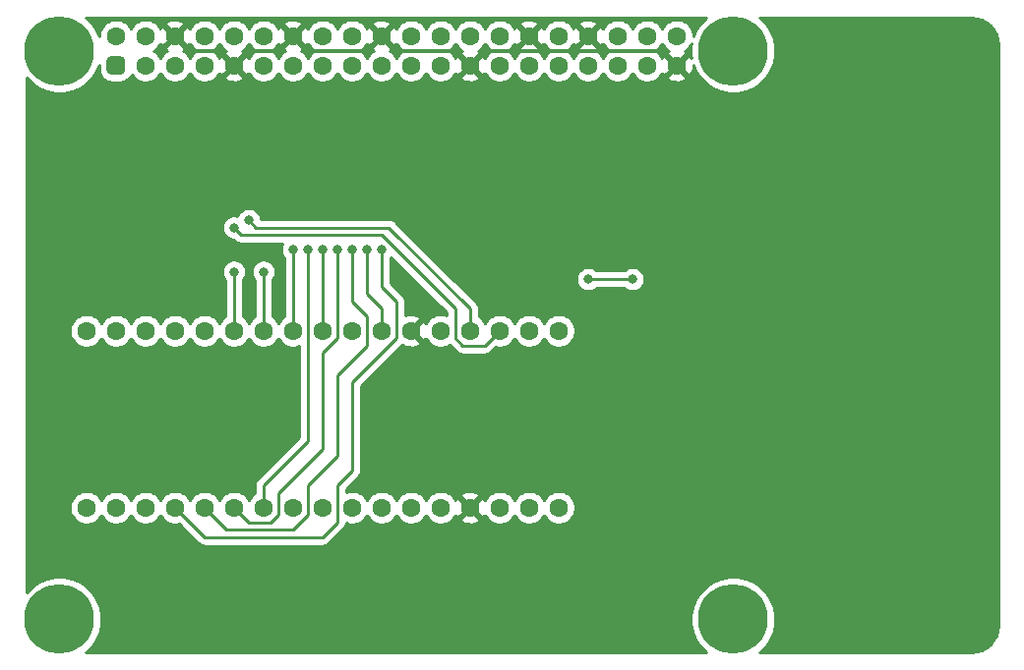
<source format=gbr>
%TF.GenerationSoftware,KiCad,Pcbnew,5.1.10*%
%TF.CreationDate,2021-11-27T11:42:48+01:00*%
%TF.ProjectId,GrasPiB_AR488_Adapter,47726173-5069-4425-9f41-523438385f41,0*%
%TF.SameCoordinates,PX4ce8b88PY2455c20*%
%TF.FileFunction,Copper,L2,Bot*%
%TF.FilePolarity,Positive*%
%FSLAX46Y46*%
G04 Gerber Fmt 4.6, Leading zero omitted, Abs format (unit mm)*
G04 Created by KiCad (PCBNEW 5.1.10) date 2021-11-27 11:42:48*
%MOMM*%
%LPD*%
G01*
G04 APERTURE LIST*
%TA.AperFunction,WasherPad*%
%ADD10C,6.000000*%
%TD*%
%TA.AperFunction,ComponentPad*%
%ADD11C,1.600000*%
%TD*%
%TA.AperFunction,ViaPad*%
%ADD12C,0.800000*%
%TD*%
%TA.AperFunction,Conductor*%
%ADD13C,0.250000*%
%TD*%
%TA.AperFunction,Conductor*%
%ADD14C,0.350000*%
%TD*%
%TA.AperFunction,Conductor*%
%ADD15C,0.254000*%
%TD*%
%TA.AperFunction,Conductor*%
%ADD16C,0.100000*%
%TD*%
G04 APERTURE END LIST*
D10*
%TO.P,U2,*%
%TO.N,*%
X61385000Y-52810000D03*
X3385000Y-52810000D03*
X61385000Y-3810000D03*
X3385000Y-3810000D03*
D11*
%TO.P,U2,40*%
%TO.N,Net-(U2-Pad40)*%
X56515000Y-2540000D03*
%TO.P,U2,39*%
%TO.N,GND*%
X56515000Y-5080000D03*
%TO.P,U2,38*%
%TO.N,/DIO1*%
X53975000Y-2540000D03*
%TO.P,U2,37*%
%TO.N,/DIO2*%
X53975000Y-5080000D03*
%TO.P,U2,36*%
%TO.N,/DIO3*%
X51435000Y-2540000D03*
%TO.P,U2,35*%
%TO.N,/DIO4*%
X51435000Y-5080000D03*
%TO.P,U2,34*%
%TO.N,GND*%
X48895000Y-2540000D03*
%TO.P,U2,33*%
%TO.N,/DIO5*%
X48895000Y-5080000D03*
%TO.P,U2,32*%
%TO.N,/DIO6*%
X46355000Y-2540000D03*
%TO.P,U2,31*%
%TO.N,/DIO7*%
X46355000Y-5080000D03*
%TO.P,U2,30*%
%TO.N,GND*%
X43815000Y-2540000D03*
%TO.P,U2,29*%
%TO.N,/DIO8*%
X43815000Y-5080000D03*
%TO.P,U2,28*%
%TO.N,Net-(U2-Pad28)*%
X41275000Y-2540000D03*
%TO.P,U2,27*%
%TO.N,Net-(U2-Pad27)*%
X41275000Y-5080000D03*
%TO.P,U2,26*%
%TO.N,+5V*%
X38735000Y-2540000D03*
%TO.P,U2,25*%
%TO.N,GND*%
X38735000Y-5080000D03*
%TO.P,U2,24*%
%TO.N,/DC*%
X36195000Y-2540000D03*
%TO.P,U2,23*%
%TO.N,/SRQ*%
X36195000Y-5080000D03*
%TO.P,U2,22*%
%TO.N,/ATN*%
X33655000Y-2540000D03*
%TO.P,U2,21*%
%TO.N,/EOI*%
X33655000Y-5080000D03*
%TO.P,U2,20*%
%TO.N,GND*%
X31115000Y-2540000D03*
%TO.P,U2,19*%
%TO.N,/DAV*%
X31115000Y-5080000D03*
%TO.P,U2,18*%
%TO.N,/NRFD*%
X28575000Y-2540000D03*
%TO.P,U2,17*%
%TO.N,Net-(U2-Pad17)*%
X28575000Y-5080000D03*
%TO.P,U2,16*%
%TO.N,/NDAC*%
X26035000Y-2540000D03*
%TO.P,U2,15*%
%TO.N,/IFC*%
X26035000Y-5080000D03*
%TO.P,U2,14*%
%TO.N,GND*%
X23495000Y-2540000D03*
%TO.P,U2,13*%
%TO.N,/REN*%
X23495000Y-5080000D03*
%TO.P,U2,12*%
%TO.N,/TE*%
X20955000Y-2540000D03*
%TO.P,U2,11*%
%TO.N,Net-(U2-Pad11)*%
X20955000Y-5080000D03*
%TO.P,U2,10*%
%TO.N,/RX*%
X18415000Y-2540000D03*
%TO.P,U2,9*%
%TO.N,GND*%
X18415000Y-5080000D03*
%TO.P,U2,8*%
%TO.N,/TX*%
X15875000Y-2540000D03*
%TO.P,U2,7*%
%TO.N,/LED*%
X15875000Y-5080000D03*
%TO.P,U2,6*%
%TO.N,GND*%
X13335000Y-2540000D03*
%TO.P,U2,5*%
%TO.N,Net-(U2-Pad5)*%
X13335000Y-5080000D03*
%TO.P,U2,4*%
%TO.N,+5V*%
X10795000Y-2540000D03*
%TO.P,U2,3*%
%TO.N,Net-(U2-Pad3)*%
X10795000Y-5080000D03*
%TO.P,U2,2*%
%TO.N,+5V*%
X8255000Y-2540000D03*
%TO.P,U2,1*%
%TA.AperFunction,ComponentPad*%
G36*
G01*
X7455000Y-5480000D02*
X7455000Y-4680000D01*
G75*
G02*
X7855000Y-4280000I400000J0D01*
G01*
X8655000Y-4280000D01*
G75*
G02*
X9055000Y-4680000I0J-400000D01*
G01*
X9055000Y-5480000D01*
G75*
G02*
X8655000Y-5880000I-400000J0D01*
G01*
X7855000Y-5880000D01*
G75*
G02*
X7455000Y-5480000I0J400000D01*
G01*
G37*
%TD.AperFunction*%
%TD*%
%TO.P,U1,1*%
%TO.N,/DIO3*%
X46355000Y-27940000D03*
%TO.P,U1,2*%
%TO.N,Net-(U1-Pad2)*%
X43815000Y-27940000D03*
%TO.P,U1,3*%
%TO.N,/TX*%
X41275000Y-27940000D03*
%TO.P,U1,4*%
%TO.N,/RX*%
X38735000Y-27940000D03*
%TO.P,U1,5*%
%TO.N,Net-(U1-Pad5)*%
X36195000Y-27940000D03*
%TO.P,U1,6*%
%TO.N,GND*%
X33655000Y-27940000D03*
%TO.P,U1,7*%
%TO.N,/ATN*%
X31115000Y-27940000D03*
%TO.P,U1,8*%
%TO.N,/DIO1*%
X28575000Y-27940000D03*
%TO.P,U1,9*%
%TO.N,/IFC*%
X26035000Y-27940000D03*
%TO.P,U1,10*%
%TO.N,/REN*%
X23495000Y-27940000D03*
%TO.P,U1,11*%
%TO.N,/DIO8*%
X20955000Y-27940000D03*
%TO.P,U1,12*%
%TO.N,/SRQ*%
X18415000Y-27940000D03*
%TO.P,U1,13*%
%TO.N,/DIO5*%
X15875000Y-27940000D03*
%TO.P,U1,14*%
%TO.N,/DIO6*%
X13335000Y-27940000D03*
%TO.P,U1,15*%
%TO.N,/DIO7*%
X10795000Y-27940000D03*
%TO.P,U1,16*%
%TO.N,/DC*%
X8255000Y-27940000D03*
%TO.P,U1,17*%
%TO.N,/TE*%
X5715000Y-27940000D03*
%TO.P,U1,18*%
%TO.N,/LED*%
X5715000Y-43180000D03*
%TO.P,U1,19*%
%TO.N,Net-(U1-Pad19)*%
X8255000Y-43180000D03*
%TO.P,U1,20*%
%TO.N,Net-(U1-Pad20)*%
X10795000Y-43180000D03*
%TO.P,U1,21*%
%TO.N,/EOI*%
X13335000Y-43180000D03*
%TO.P,U1,22*%
%TO.N,/DAV*%
X15875000Y-43180000D03*
%TO.P,U1,23*%
%TO.N,/NRFD*%
X18415000Y-43180000D03*
%TO.P,U1,24*%
%TO.N,/NDAC*%
X20955000Y-43180000D03*
%TO.P,U1,25*%
%TO.N,Net-(U1-Pad25)*%
X23495000Y-43180000D03*
%TO.P,U1,26*%
%TO.N,Net-(U1-Pad26)*%
X26035000Y-43180000D03*
%TO.P,U1,27*%
%TO.N,Net-(U1-Pad27)*%
X28575000Y-43180000D03*
%TO.P,U1,28*%
%TO.N,Net-(U1-Pad28)*%
X31115000Y-43180000D03*
%TO.P,U1,29*%
%TO.N,+5V*%
X33655000Y-43180000D03*
%TO.P,U1,30*%
%TO.N,Net-(U1-Pad30)*%
X36195000Y-43180000D03*
%TO.P,U1,31*%
%TO.N,GND*%
X38735000Y-43180000D03*
%TO.P,U1,32*%
%TO.N,Net-(U1-Pad32)*%
X41275000Y-43180000D03*
%TO.P,U1,33*%
%TO.N,/DIO4*%
X43815000Y-43180000D03*
%TO.P,U1,34*%
%TO.N,/DIO2*%
X46355000Y-43180000D03*
%TD*%
D12*
%TO.N,/TX*%
X18415000Y-19050000D03*
%TO.N,/RX*%
X19685000Y-18415000D03*
%TO.N,/ATN*%
X29845000Y-20955000D03*
%TO.N,/DIO1*%
X48895000Y-23495000D03*
X52705000Y-23495000D03*
%TO.N,/IFC*%
X26035000Y-20955000D03*
%TO.N,/REN*%
X23495000Y-20955000D03*
%TO.N,/DIO8*%
X20955000Y-22860000D03*
%TO.N,/SRQ*%
X18415000Y-22860000D03*
%TO.N,/EOI*%
X31115000Y-20955000D03*
%TO.N,/DAV*%
X28575000Y-20955000D03*
%TO.N,/NRFD*%
X27305000Y-20955000D03*
%TO.N,/NDAC*%
X24765000Y-20955000D03*
%TD*%
D13*
%TO.N,/TX*%
X40005000Y-29210000D02*
X41275000Y-27940000D01*
X37465000Y-28575000D02*
X38100000Y-29210000D01*
X37465000Y-26035000D02*
X37465000Y-28575000D01*
X31115000Y-19685000D02*
X37465000Y-26035000D01*
X38100000Y-29210000D02*
X40005000Y-29210000D01*
X19050000Y-19685000D02*
X31115000Y-19685000D01*
X18415000Y-19050000D02*
X19050000Y-19685000D01*
%TO.N,/RX*%
X19685000Y-18415000D02*
X20320000Y-19050000D01*
X20320000Y-19050000D02*
X31750000Y-19050000D01*
X31750000Y-19050000D02*
X38735000Y-26035000D01*
X38735000Y-26035000D02*
X38735000Y-27940000D01*
D14*
%TO.N,GND*%
X38735000Y-5080000D02*
X40005000Y-3810000D01*
X40005000Y-3810000D02*
X42545000Y-3810000D01*
X42545000Y-3810000D02*
X43815000Y-2540000D01*
X55245000Y-3810000D02*
X56515000Y-5080000D01*
X42545000Y-3810000D02*
X55245000Y-3810000D01*
X31115000Y-2540000D02*
X32385000Y-3810000D01*
X32385000Y-3810000D02*
X37465000Y-3810000D01*
X37465000Y-3810000D02*
X38735000Y-5080000D01*
X31115000Y-2540000D02*
X29845000Y-3810000D01*
X29845000Y-3810000D02*
X24765000Y-3810000D01*
X24765000Y-3810000D02*
X23495000Y-2540000D01*
X18415000Y-5080000D02*
X19685000Y-3810000D01*
X19685000Y-3810000D02*
X22225000Y-3810000D01*
X22225000Y-3810000D02*
X23495000Y-2540000D01*
X18415000Y-5080000D02*
X17145000Y-3810000D01*
X13335000Y-2540000D02*
X14605000Y-3810000D01*
X14605000Y-3810000D02*
X17145000Y-3810000D01*
D13*
%TO.N,/ATN*%
X31115000Y-26035000D02*
X31115000Y-27940000D01*
X29845000Y-24765000D02*
X31115000Y-26035000D01*
X29845000Y-20955000D02*
X29845000Y-24765000D01*
%TO.N,/DIO1*%
X48895000Y-23495000D02*
X52705000Y-23495000D01*
%TO.N,/IFC*%
X26035000Y-20955000D02*
X26035000Y-27940000D01*
%TO.N,/REN*%
X23495000Y-20955000D02*
X23495000Y-27940000D01*
%TO.N,/DIO8*%
X20955000Y-22860000D02*
X20955000Y-27940000D01*
%TO.N,/SRQ*%
X18415000Y-22860000D02*
X18415000Y-27940000D01*
%TO.N,/EOI*%
X15875000Y-45720000D02*
X13335000Y-43180000D01*
X31115000Y-20955000D02*
X31115000Y-24130000D01*
X32385000Y-25400000D02*
X32385000Y-28575000D01*
X31115000Y-24130000D02*
X32385000Y-25400000D01*
X26035000Y-45720000D02*
X15875000Y-45720000D01*
X27305000Y-44450000D02*
X26035000Y-45720000D01*
X32385000Y-28575000D02*
X28575000Y-32385000D01*
X28575000Y-32385000D02*
X28575000Y-40005000D01*
X28575000Y-40005000D02*
X27305000Y-41275000D01*
X27305000Y-41275000D02*
X27305000Y-44450000D01*
%TO.N,/DAV*%
X17780000Y-45085000D02*
X15875000Y-43180000D01*
X23495000Y-45085000D02*
X17780000Y-45085000D01*
X24765000Y-43815000D02*
X23495000Y-45085000D01*
X24765000Y-41275000D02*
X24765000Y-43815000D01*
X27305000Y-31750000D02*
X27305000Y-38735000D01*
X29845000Y-29210000D02*
X27305000Y-31750000D01*
X28575000Y-25400000D02*
X29845000Y-26670000D01*
X28575000Y-20955000D02*
X28575000Y-25400000D01*
X27305000Y-38735000D02*
X24765000Y-41275000D01*
X29845000Y-26670000D02*
X29845000Y-29210000D01*
%TO.N,/NRFD*%
X19685000Y-44450000D02*
X18415000Y-43180000D01*
X21590000Y-44450000D02*
X19685000Y-44450000D01*
X22225000Y-43815000D02*
X21590000Y-44450000D01*
X22225000Y-41910000D02*
X22225000Y-43815000D01*
X26035000Y-38100000D02*
X22225000Y-41910000D01*
X26035000Y-29845000D02*
X26035000Y-38100000D01*
X27305000Y-28575000D02*
X26035000Y-29845000D01*
X27305000Y-20955000D02*
X27305000Y-28575000D01*
%TO.N,/NDAC*%
X20955000Y-41275000D02*
X20955000Y-43180000D01*
X24765000Y-37465000D02*
X20955000Y-41275000D01*
X24765000Y-20955000D02*
X24765000Y-37465000D01*
%TD*%
D15*
%TO.N,GND*%
X82338893Y-1017670D02*
X82775498Y-1149489D01*
X83178185Y-1363600D01*
X83531612Y-1651848D01*
X83822327Y-2003261D01*
X84039242Y-2404439D01*
X84174106Y-2840113D01*
X84225001Y-3324353D01*
X84225000Y-53277721D01*
X84177330Y-53763894D01*
X84045512Y-54200497D01*
X83831399Y-54603186D01*
X83543150Y-54956613D01*
X83191739Y-55247327D01*
X82790564Y-55464240D01*
X82354886Y-55599106D01*
X81870664Y-55650000D01*
X63677467Y-55650000D01*
X63702177Y-55633489D01*
X64208489Y-55127177D01*
X64606295Y-54531818D01*
X64880309Y-53870290D01*
X65020000Y-53168016D01*
X65020000Y-52451984D01*
X64880309Y-51749710D01*
X64606295Y-51088182D01*
X64208489Y-50492823D01*
X63702177Y-49986511D01*
X63106818Y-49588705D01*
X62445290Y-49314691D01*
X61743016Y-49175000D01*
X61026984Y-49175000D01*
X60324710Y-49314691D01*
X59663182Y-49588705D01*
X59067823Y-49986511D01*
X58561511Y-50492823D01*
X58163705Y-51088182D01*
X57889691Y-51749710D01*
X57750000Y-52451984D01*
X57750000Y-53168016D01*
X57889691Y-53870290D01*
X58163705Y-54531818D01*
X58561511Y-55127177D01*
X59067823Y-55633489D01*
X59092533Y-55650000D01*
X5677467Y-55650000D01*
X5702177Y-55633489D01*
X6208489Y-55127177D01*
X6606295Y-54531818D01*
X6880309Y-53870290D01*
X7020000Y-53168016D01*
X7020000Y-52451984D01*
X6880309Y-51749710D01*
X6606295Y-51088182D01*
X6208489Y-50492823D01*
X5702177Y-49986511D01*
X5106818Y-49588705D01*
X4445290Y-49314691D01*
X3743016Y-49175000D01*
X3026984Y-49175000D01*
X2324710Y-49314691D01*
X1663182Y-49588705D01*
X1067823Y-49986511D01*
X561511Y-50492823D01*
X545000Y-50517533D01*
X545000Y-27798665D01*
X4280000Y-27798665D01*
X4280000Y-28081335D01*
X4335147Y-28358574D01*
X4443320Y-28619727D01*
X4600363Y-28854759D01*
X4800241Y-29054637D01*
X5035273Y-29211680D01*
X5296426Y-29319853D01*
X5573665Y-29375000D01*
X5856335Y-29375000D01*
X6133574Y-29319853D01*
X6394727Y-29211680D01*
X6629759Y-29054637D01*
X6829637Y-28854759D01*
X6985000Y-28622241D01*
X7140363Y-28854759D01*
X7340241Y-29054637D01*
X7575273Y-29211680D01*
X7836426Y-29319853D01*
X8113665Y-29375000D01*
X8396335Y-29375000D01*
X8673574Y-29319853D01*
X8934727Y-29211680D01*
X9169759Y-29054637D01*
X9369637Y-28854759D01*
X9525000Y-28622241D01*
X9680363Y-28854759D01*
X9880241Y-29054637D01*
X10115273Y-29211680D01*
X10376426Y-29319853D01*
X10653665Y-29375000D01*
X10936335Y-29375000D01*
X11213574Y-29319853D01*
X11474727Y-29211680D01*
X11709759Y-29054637D01*
X11909637Y-28854759D01*
X12065000Y-28622241D01*
X12220363Y-28854759D01*
X12420241Y-29054637D01*
X12655273Y-29211680D01*
X12916426Y-29319853D01*
X13193665Y-29375000D01*
X13476335Y-29375000D01*
X13753574Y-29319853D01*
X14014727Y-29211680D01*
X14249759Y-29054637D01*
X14449637Y-28854759D01*
X14605000Y-28622241D01*
X14760363Y-28854759D01*
X14960241Y-29054637D01*
X15195273Y-29211680D01*
X15456426Y-29319853D01*
X15733665Y-29375000D01*
X16016335Y-29375000D01*
X16293574Y-29319853D01*
X16554727Y-29211680D01*
X16789759Y-29054637D01*
X16989637Y-28854759D01*
X17145000Y-28622241D01*
X17300363Y-28854759D01*
X17500241Y-29054637D01*
X17735273Y-29211680D01*
X17996426Y-29319853D01*
X18273665Y-29375000D01*
X18556335Y-29375000D01*
X18833574Y-29319853D01*
X19094727Y-29211680D01*
X19329759Y-29054637D01*
X19529637Y-28854759D01*
X19685000Y-28622241D01*
X19840363Y-28854759D01*
X20040241Y-29054637D01*
X20275273Y-29211680D01*
X20536426Y-29319853D01*
X20813665Y-29375000D01*
X21096335Y-29375000D01*
X21373574Y-29319853D01*
X21634727Y-29211680D01*
X21869759Y-29054637D01*
X22069637Y-28854759D01*
X22225000Y-28622241D01*
X22380363Y-28854759D01*
X22580241Y-29054637D01*
X22815273Y-29211680D01*
X23076426Y-29319853D01*
X23353665Y-29375000D01*
X23636335Y-29375000D01*
X23913574Y-29319853D01*
X24005001Y-29281983D01*
X24005001Y-37150197D01*
X20444003Y-40711196D01*
X20414999Y-40734999D01*
X20359871Y-40802174D01*
X20320026Y-40850724D01*
X20249455Y-40982753D01*
X20249454Y-40982754D01*
X20205997Y-41126015D01*
X20195000Y-41237668D01*
X20195000Y-41237678D01*
X20191324Y-41275000D01*
X20195000Y-41312323D01*
X20195000Y-41961956D01*
X20040241Y-42065363D01*
X19840363Y-42265241D01*
X19685000Y-42497759D01*
X19529637Y-42265241D01*
X19329759Y-42065363D01*
X19094727Y-41908320D01*
X18833574Y-41800147D01*
X18556335Y-41745000D01*
X18273665Y-41745000D01*
X17996426Y-41800147D01*
X17735273Y-41908320D01*
X17500241Y-42065363D01*
X17300363Y-42265241D01*
X17145000Y-42497759D01*
X16989637Y-42265241D01*
X16789759Y-42065363D01*
X16554727Y-41908320D01*
X16293574Y-41800147D01*
X16016335Y-41745000D01*
X15733665Y-41745000D01*
X15456426Y-41800147D01*
X15195273Y-41908320D01*
X14960241Y-42065363D01*
X14760363Y-42265241D01*
X14605000Y-42497759D01*
X14449637Y-42265241D01*
X14249759Y-42065363D01*
X14014727Y-41908320D01*
X13753574Y-41800147D01*
X13476335Y-41745000D01*
X13193665Y-41745000D01*
X12916426Y-41800147D01*
X12655273Y-41908320D01*
X12420241Y-42065363D01*
X12220363Y-42265241D01*
X12065000Y-42497759D01*
X11909637Y-42265241D01*
X11709759Y-42065363D01*
X11474727Y-41908320D01*
X11213574Y-41800147D01*
X10936335Y-41745000D01*
X10653665Y-41745000D01*
X10376426Y-41800147D01*
X10115273Y-41908320D01*
X9880241Y-42065363D01*
X9680363Y-42265241D01*
X9525000Y-42497759D01*
X9369637Y-42265241D01*
X9169759Y-42065363D01*
X8934727Y-41908320D01*
X8673574Y-41800147D01*
X8396335Y-41745000D01*
X8113665Y-41745000D01*
X7836426Y-41800147D01*
X7575273Y-41908320D01*
X7340241Y-42065363D01*
X7140363Y-42265241D01*
X6985000Y-42497759D01*
X6829637Y-42265241D01*
X6629759Y-42065363D01*
X6394727Y-41908320D01*
X6133574Y-41800147D01*
X5856335Y-41745000D01*
X5573665Y-41745000D01*
X5296426Y-41800147D01*
X5035273Y-41908320D01*
X4800241Y-42065363D01*
X4600363Y-42265241D01*
X4443320Y-42500273D01*
X4335147Y-42761426D01*
X4280000Y-43038665D01*
X4280000Y-43321335D01*
X4335147Y-43598574D01*
X4443320Y-43859727D01*
X4600363Y-44094759D01*
X4800241Y-44294637D01*
X5035273Y-44451680D01*
X5296426Y-44559853D01*
X5573665Y-44615000D01*
X5856335Y-44615000D01*
X6133574Y-44559853D01*
X6394727Y-44451680D01*
X6629759Y-44294637D01*
X6829637Y-44094759D01*
X6985000Y-43862241D01*
X7140363Y-44094759D01*
X7340241Y-44294637D01*
X7575273Y-44451680D01*
X7836426Y-44559853D01*
X8113665Y-44615000D01*
X8396335Y-44615000D01*
X8673574Y-44559853D01*
X8934727Y-44451680D01*
X9169759Y-44294637D01*
X9369637Y-44094759D01*
X9525000Y-43862241D01*
X9680363Y-44094759D01*
X9880241Y-44294637D01*
X10115273Y-44451680D01*
X10376426Y-44559853D01*
X10653665Y-44615000D01*
X10936335Y-44615000D01*
X11213574Y-44559853D01*
X11474727Y-44451680D01*
X11709759Y-44294637D01*
X11909637Y-44094759D01*
X12065000Y-43862241D01*
X12220363Y-44094759D01*
X12420241Y-44294637D01*
X12655273Y-44451680D01*
X12916426Y-44559853D01*
X13193665Y-44615000D01*
X13476335Y-44615000D01*
X13658886Y-44578688D01*
X15311205Y-46231008D01*
X15334999Y-46260001D01*
X15363992Y-46283795D01*
X15363996Y-46283799D01*
X15434685Y-46341811D01*
X15450724Y-46354974D01*
X15582753Y-46425546D01*
X15726014Y-46469003D01*
X15837667Y-46480000D01*
X15837676Y-46480000D01*
X15874999Y-46483676D01*
X15912322Y-46480000D01*
X25997678Y-46480000D01*
X26035000Y-46483676D01*
X26072322Y-46480000D01*
X26072333Y-46480000D01*
X26183986Y-46469003D01*
X26327247Y-46425546D01*
X26459276Y-46354974D01*
X26575001Y-46260001D01*
X26598804Y-46230997D01*
X27816003Y-45013799D01*
X27845001Y-44990001D01*
X27939974Y-44874276D01*
X28010546Y-44742247D01*
X28054003Y-44598986D01*
X28061721Y-44520625D01*
X28156426Y-44559853D01*
X28433665Y-44615000D01*
X28716335Y-44615000D01*
X28993574Y-44559853D01*
X29254727Y-44451680D01*
X29489759Y-44294637D01*
X29689637Y-44094759D01*
X29845000Y-43862241D01*
X30000363Y-44094759D01*
X30200241Y-44294637D01*
X30435273Y-44451680D01*
X30696426Y-44559853D01*
X30973665Y-44615000D01*
X31256335Y-44615000D01*
X31533574Y-44559853D01*
X31794727Y-44451680D01*
X32029759Y-44294637D01*
X32229637Y-44094759D01*
X32385000Y-43862241D01*
X32540363Y-44094759D01*
X32740241Y-44294637D01*
X32975273Y-44451680D01*
X33236426Y-44559853D01*
X33513665Y-44615000D01*
X33796335Y-44615000D01*
X34073574Y-44559853D01*
X34334727Y-44451680D01*
X34569759Y-44294637D01*
X34769637Y-44094759D01*
X34925000Y-43862241D01*
X35080363Y-44094759D01*
X35280241Y-44294637D01*
X35515273Y-44451680D01*
X35776426Y-44559853D01*
X36053665Y-44615000D01*
X36336335Y-44615000D01*
X36613574Y-44559853D01*
X36874727Y-44451680D01*
X37109759Y-44294637D01*
X37231694Y-44172702D01*
X37921903Y-44172702D01*
X37993486Y-44416671D01*
X38248996Y-44537571D01*
X38523184Y-44606300D01*
X38805512Y-44620217D01*
X39085130Y-44578787D01*
X39351292Y-44483603D01*
X39476514Y-44416671D01*
X39548097Y-44172702D01*
X38735000Y-43359605D01*
X37921903Y-44172702D01*
X37231694Y-44172702D01*
X37309637Y-44094759D01*
X37465915Y-43860872D01*
X37498329Y-43921514D01*
X37742298Y-43993097D01*
X38555395Y-43180000D01*
X38914605Y-43180000D01*
X39727702Y-43993097D01*
X39971671Y-43921514D01*
X40002194Y-43857008D01*
X40003320Y-43859727D01*
X40160363Y-44094759D01*
X40360241Y-44294637D01*
X40595273Y-44451680D01*
X40856426Y-44559853D01*
X41133665Y-44615000D01*
X41416335Y-44615000D01*
X41693574Y-44559853D01*
X41954727Y-44451680D01*
X42189759Y-44294637D01*
X42389637Y-44094759D01*
X42545000Y-43862241D01*
X42700363Y-44094759D01*
X42900241Y-44294637D01*
X43135273Y-44451680D01*
X43396426Y-44559853D01*
X43673665Y-44615000D01*
X43956335Y-44615000D01*
X44233574Y-44559853D01*
X44494727Y-44451680D01*
X44729759Y-44294637D01*
X44929637Y-44094759D01*
X45085000Y-43862241D01*
X45240363Y-44094759D01*
X45440241Y-44294637D01*
X45675273Y-44451680D01*
X45936426Y-44559853D01*
X46213665Y-44615000D01*
X46496335Y-44615000D01*
X46773574Y-44559853D01*
X47034727Y-44451680D01*
X47269759Y-44294637D01*
X47469637Y-44094759D01*
X47626680Y-43859727D01*
X47734853Y-43598574D01*
X47790000Y-43321335D01*
X47790000Y-43038665D01*
X47734853Y-42761426D01*
X47626680Y-42500273D01*
X47469637Y-42265241D01*
X47269759Y-42065363D01*
X47034727Y-41908320D01*
X46773574Y-41800147D01*
X46496335Y-41745000D01*
X46213665Y-41745000D01*
X45936426Y-41800147D01*
X45675273Y-41908320D01*
X45440241Y-42065363D01*
X45240363Y-42265241D01*
X45085000Y-42497759D01*
X44929637Y-42265241D01*
X44729759Y-42065363D01*
X44494727Y-41908320D01*
X44233574Y-41800147D01*
X43956335Y-41745000D01*
X43673665Y-41745000D01*
X43396426Y-41800147D01*
X43135273Y-41908320D01*
X42900241Y-42065363D01*
X42700363Y-42265241D01*
X42545000Y-42497759D01*
X42389637Y-42265241D01*
X42189759Y-42065363D01*
X41954727Y-41908320D01*
X41693574Y-41800147D01*
X41416335Y-41745000D01*
X41133665Y-41745000D01*
X40856426Y-41800147D01*
X40595273Y-41908320D01*
X40360241Y-42065363D01*
X40160363Y-42265241D01*
X40004085Y-42499128D01*
X39971671Y-42438486D01*
X39727702Y-42366903D01*
X38914605Y-43180000D01*
X38555395Y-43180000D01*
X37742298Y-42366903D01*
X37498329Y-42438486D01*
X37467806Y-42502992D01*
X37466680Y-42500273D01*
X37309637Y-42265241D01*
X37231694Y-42187298D01*
X37921903Y-42187298D01*
X38735000Y-43000395D01*
X39548097Y-42187298D01*
X39476514Y-41943329D01*
X39221004Y-41822429D01*
X38946816Y-41753700D01*
X38664488Y-41739783D01*
X38384870Y-41781213D01*
X38118708Y-41876397D01*
X37993486Y-41943329D01*
X37921903Y-42187298D01*
X37231694Y-42187298D01*
X37109759Y-42065363D01*
X36874727Y-41908320D01*
X36613574Y-41800147D01*
X36336335Y-41745000D01*
X36053665Y-41745000D01*
X35776426Y-41800147D01*
X35515273Y-41908320D01*
X35280241Y-42065363D01*
X35080363Y-42265241D01*
X34925000Y-42497759D01*
X34769637Y-42265241D01*
X34569759Y-42065363D01*
X34334727Y-41908320D01*
X34073574Y-41800147D01*
X33796335Y-41745000D01*
X33513665Y-41745000D01*
X33236426Y-41800147D01*
X32975273Y-41908320D01*
X32740241Y-42065363D01*
X32540363Y-42265241D01*
X32385000Y-42497759D01*
X32229637Y-42265241D01*
X32029759Y-42065363D01*
X31794727Y-41908320D01*
X31533574Y-41800147D01*
X31256335Y-41745000D01*
X30973665Y-41745000D01*
X30696426Y-41800147D01*
X30435273Y-41908320D01*
X30200241Y-42065363D01*
X30000363Y-42265241D01*
X29845000Y-42497759D01*
X29689637Y-42265241D01*
X29489759Y-42065363D01*
X29254727Y-41908320D01*
X28993574Y-41800147D01*
X28716335Y-41745000D01*
X28433665Y-41745000D01*
X28156426Y-41800147D01*
X28065000Y-41838017D01*
X28065000Y-41589801D01*
X29086003Y-40568799D01*
X29115001Y-40545001D01*
X29209974Y-40429276D01*
X29280546Y-40297247D01*
X29324003Y-40153986D01*
X29335000Y-40042333D01*
X29335000Y-40042324D01*
X29338676Y-40005001D01*
X29335000Y-39967678D01*
X29335000Y-32699801D01*
X32896003Y-29138799D01*
X32901138Y-29134585D01*
X32913486Y-29176671D01*
X33168996Y-29297571D01*
X33443184Y-29366300D01*
X33725512Y-29380217D01*
X34005130Y-29338787D01*
X34271292Y-29243603D01*
X34396514Y-29176671D01*
X34468097Y-28932702D01*
X33655000Y-28119605D01*
X33640858Y-28133748D01*
X33461253Y-27954143D01*
X33475395Y-27940000D01*
X33461253Y-27925858D01*
X33640858Y-27746253D01*
X33655000Y-27760395D01*
X34468097Y-26947298D01*
X34396514Y-26703329D01*
X34141004Y-26582429D01*
X33866816Y-26513700D01*
X33584488Y-26499783D01*
X33304870Y-26541213D01*
X33145000Y-26598385D01*
X33145000Y-25437322D01*
X33148676Y-25399999D01*
X33145000Y-25362676D01*
X33145000Y-25362667D01*
X33134003Y-25251014D01*
X33090546Y-25107753D01*
X33019974Y-24975724D01*
X32925001Y-24859999D01*
X32896003Y-24836201D01*
X31875000Y-23815199D01*
X31875000Y-21658711D01*
X31918937Y-21614774D01*
X31939379Y-21584180D01*
X36705000Y-26349802D01*
X36705000Y-26598017D01*
X36613574Y-26560147D01*
X36336335Y-26505000D01*
X36053665Y-26505000D01*
X35776426Y-26560147D01*
X35515273Y-26668320D01*
X35280241Y-26825363D01*
X35080363Y-27025241D01*
X34924085Y-27259128D01*
X34891671Y-27198486D01*
X34647702Y-27126903D01*
X33834605Y-27940000D01*
X34647702Y-28753097D01*
X34891671Y-28681514D01*
X34922194Y-28617008D01*
X34923320Y-28619727D01*
X35080363Y-28854759D01*
X35280241Y-29054637D01*
X35515273Y-29211680D01*
X35776426Y-29319853D01*
X36053665Y-29375000D01*
X36336335Y-29375000D01*
X36613574Y-29319853D01*
X36874727Y-29211680D01*
X36965935Y-29150737D01*
X37536200Y-29721002D01*
X37559999Y-29750001D01*
X37675724Y-29844974D01*
X37807753Y-29915546D01*
X37951014Y-29959003D01*
X38100000Y-29973677D01*
X38137333Y-29970000D01*
X39967678Y-29970000D01*
X40005000Y-29973676D01*
X40042322Y-29970000D01*
X40042333Y-29970000D01*
X40153986Y-29959003D01*
X40297247Y-29915546D01*
X40429276Y-29844974D01*
X40545001Y-29750001D01*
X40568804Y-29720997D01*
X40951114Y-29338688D01*
X41133665Y-29375000D01*
X41416335Y-29375000D01*
X41693574Y-29319853D01*
X41954727Y-29211680D01*
X42189759Y-29054637D01*
X42389637Y-28854759D01*
X42545000Y-28622241D01*
X42700363Y-28854759D01*
X42900241Y-29054637D01*
X43135273Y-29211680D01*
X43396426Y-29319853D01*
X43673665Y-29375000D01*
X43956335Y-29375000D01*
X44233574Y-29319853D01*
X44494727Y-29211680D01*
X44729759Y-29054637D01*
X44929637Y-28854759D01*
X45085000Y-28622241D01*
X45240363Y-28854759D01*
X45440241Y-29054637D01*
X45675273Y-29211680D01*
X45936426Y-29319853D01*
X46213665Y-29375000D01*
X46496335Y-29375000D01*
X46773574Y-29319853D01*
X47034727Y-29211680D01*
X47269759Y-29054637D01*
X47469637Y-28854759D01*
X47626680Y-28619727D01*
X47734853Y-28358574D01*
X47790000Y-28081335D01*
X47790000Y-27798665D01*
X47734853Y-27521426D01*
X47626680Y-27260273D01*
X47469637Y-27025241D01*
X47269759Y-26825363D01*
X47034727Y-26668320D01*
X46773574Y-26560147D01*
X46496335Y-26505000D01*
X46213665Y-26505000D01*
X45936426Y-26560147D01*
X45675273Y-26668320D01*
X45440241Y-26825363D01*
X45240363Y-27025241D01*
X45085000Y-27257759D01*
X44929637Y-27025241D01*
X44729759Y-26825363D01*
X44494727Y-26668320D01*
X44233574Y-26560147D01*
X43956335Y-26505000D01*
X43673665Y-26505000D01*
X43396426Y-26560147D01*
X43135273Y-26668320D01*
X42900241Y-26825363D01*
X42700363Y-27025241D01*
X42545000Y-27257759D01*
X42389637Y-27025241D01*
X42189759Y-26825363D01*
X41954727Y-26668320D01*
X41693574Y-26560147D01*
X41416335Y-26505000D01*
X41133665Y-26505000D01*
X40856426Y-26560147D01*
X40595273Y-26668320D01*
X40360241Y-26825363D01*
X40160363Y-27025241D01*
X40005000Y-27257759D01*
X39849637Y-27025241D01*
X39649759Y-26825363D01*
X39495000Y-26721957D01*
X39495000Y-26072325D01*
X39498676Y-26035000D01*
X39495000Y-25997675D01*
X39495000Y-25997667D01*
X39484003Y-25886014D01*
X39440546Y-25742753D01*
X39369974Y-25610724D01*
X39275001Y-25494999D01*
X39246004Y-25471202D01*
X37167863Y-23393061D01*
X47860000Y-23393061D01*
X47860000Y-23596939D01*
X47899774Y-23796898D01*
X47977795Y-23985256D01*
X48091063Y-24154774D01*
X48235226Y-24298937D01*
X48404744Y-24412205D01*
X48593102Y-24490226D01*
X48793061Y-24530000D01*
X48996939Y-24530000D01*
X49196898Y-24490226D01*
X49385256Y-24412205D01*
X49554774Y-24298937D01*
X49598711Y-24255000D01*
X52001289Y-24255000D01*
X52045226Y-24298937D01*
X52214744Y-24412205D01*
X52403102Y-24490226D01*
X52603061Y-24530000D01*
X52806939Y-24530000D01*
X53006898Y-24490226D01*
X53195256Y-24412205D01*
X53364774Y-24298937D01*
X53508937Y-24154774D01*
X53622205Y-23985256D01*
X53700226Y-23796898D01*
X53740000Y-23596939D01*
X53740000Y-23393061D01*
X53700226Y-23193102D01*
X53622205Y-23004744D01*
X53508937Y-22835226D01*
X53364774Y-22691063D01*
X53195256Y-22577795D01*
X53006898Y-22499774D01*
X52806939Y-22460000D01*
X52603061Y-22460000D01*
X52403102Y-22499774D01*
X52214744Y-22577795D01*
X52045226Y-22691063D01*
X52001289Y-22735000D01*
X49598711Y-22735000D01*
X49554774Y-22691063D01*
X49385256Y-22577795D01*
X49196898Y-22499774D01*
X48996939Y-22460000D01*
X48793061Y-22460000D01*
X48593102Y-22499774D01*
X48404744Y-22577795D01*
X48235226Y-22691063D01*
X48091063Y-22835226D01*
X47977795Y-23004744D01*
X47899774Y-23193102D01*
X47860000Y-23393061D01*
X37167863Y-23393061D01*
X32313804Y-18539003D01*
X32290001Y-18509999D01*
X32174276Y-18415026D01*
X32042247Y-18344454D01*
X31898986Y-18300997D01*
X31787333Y-18290000D01*
X31787322Y-18290000D01*
X31750000Y-18286324D01*
X31712678Y-18290000D01*
X20715413Y-18290000D01*
X20680226Y-18113102D01*
X20602205Y-17924744D01*
X20488937Y-17755226D01*
X20344774Y-17611063D01*
X20175256Y-17497795D01*
X19986898Y-17419774D01*
X19786939Y-17380000D01*
X19583061Y-17380000D01*
X19383102Y-17419774D01*
X19194744Y-17497795D01*
X19025226Y-17611063D01*
X18881063Y-17755226D01*
X18767795Y-17924744D01*
X18714160Y-18054229D01*
X18516939Y-18015000D01*
X18313061Y-18015000D01*
X18113102Y-18054774D01*
X17924744Y-18132795D01*
X17755226Y-18246063D01*
X17611063Y-18390226D01*
X17497795Y-18559744D01*
X17419774Y-18748102D01*
X17380000Y-18948061D01*
X17380000Y-19151939D01*
X17419774Y-19351898D01*
X17497795Y-19540256D01*
X17611063Y-19709774D01*
X17755226Y-19853937D01*
X17924744Y-19967205D01*
X18113102Y-20045226D01*
X18313061Y-20085000D01*
X18375198Y-20085000D01*
X18486200Y-20196002D01*
X18509999Y-20225001D01*
X18538997Y-20248799D01*
X18625724Y-20319974D01*
X18757753Y-20390546D01*
X18901014Y-20434003D01*
X19050000Y-20448677D01*
X19087333Y-20445000D01*
X22590987Y-20445000D01*
X22577795Y-20464744D01*
X22499774Y-20653102D01*
X22460000Y-20853061D01*
X22460000Y-21056939D01*
X22499774Y-21256898D01*
X22577795Y-21445256D01*
X22691063Y-21614774D01*
X22735000Y-21658711D01*
X22735001Y-26721956D01*
X22580241Y-26825363D01*
X22380363Y-27025241D01*
X22225000Y-27257759D01*
X22069637Y-27025241D01*
X21869759Y-26825363D01*
X21715000Y-26721957D01*
X21715000Y-23563711D01*
X21758937Y-23519774D01*
X21872205Y-23350256D01*
X21950226Y-23161898D01*
X21990000Y-22961939D01*
X21990000Y-22758061D01*
X21950226Y-22558102D01*
X21872205Y-22369744D01*
X21758937Y-22200226D01*
X21614774Y-22056063D01*
X21445256Y-21942795D01*
X21256898Y-21864774D01*
X21056939Y-21825000D01*
X20853061Y-21825000D01*
X20653102Y-21864774D01*
X20464744Y-21942795D01*
X20295226Y-22056063D01*
X20151063Y-22200226D01*
X20037795Y-22369744D01*
X19959774Y-22558102D01*
X19920000Y-22758061D01*
X19920000Y-22961939D01*
X19959774Y-23161898D01*
X20037795Y-23350256D01*
X20151063Y-23519774D01*
X20195000Y-23563711D01*
X20195001Y-26721956D01*
X20040241Y-26825363D01*
X19840363Y-27025241D01*
X19685000Y-27257759D01*
X19529637Y-27025241D01*
X19329759Y-26825363D01*
X19175000Y-26721957D01*
X19175000Y-23563711D01*
X19218937Y-23519774D01*
X19332205Y-23350256D01*
X19410226Y-23161898D01*
X19450000Y-22961939D01*
X19450000Y-22758061D01*
X19410226Y-22558102D01*
X19332205Y-22369744D01*
X19218937Y-22200226D01*
X19074774Y-22056063D01*
X18905256Y-21942795D01*
X18716898Y-21864774D01*
X18516939Y-21825000D01*
X18313061Y-21825000D01*
X18113102Y-21864774D01*
X17924744Y-21942795D01*
X17755226Y-22056063D01*
X17611063Y-22200226D01*
X17497795Y-22369744D01*
X17419774Y-22558102D01*
X17380000Y-22758061D01*
X17380000Y-22961939D01*
X17419774Y-23161898D01*
X17497795Y-23350256D01*
X17611063Y-23519774D01*
X17655000Y-23563711D01*
X17655001Y-26721956D01*
X17500241Y-26825363D01*
X17300363Y-27025241D01*
X17145000Y-27257759D01*
X16989637Y-27025241D01*
X16789759Y-26825363D01*
X16554727Y-26668320D01*
X16293574Y-26560147D01*
X16016335Y-26505000D01*
X15733665Y-26505000D01*
X15456426Y-26560147D01*
X15195273Y-26668320D01*
X14960241Y-26825363D01*
X14760363Y-27025241D01*
X14605000Y-27257759D01*
X14449637Y-27025241D01*
X14249759Y-26825363D01*
X14014727Y-26668320D01*
X13753574Y-26560147D01*
X13476335Y-26505000D01*
X13193665Y-26505000D01*
X12916426Y-26560147D01*
X12655273Y-26668320D01*
X12420241Y-26825363D01*
X12220363Y-27025241D01*
X12065000Y-27257759D01*
X11909637Y-27025241D01*
X11709759Y-26825363D01*
X11474727Y-26668320D01*
X11213574Y-26560147D01*
X10936335Y-26505000D01*
X10653665Y-26505000D01*
X10376426Y-26560147D01*
X10115273Y-26668320D01*
X9880241Y-26825363D01*
X9680363Y-27025241D01*
X9525000Y-27257759D01*
X9369637Y-27025241D01*
X9169759Y-26825363D01*
X8934727Y-26668320D01*
X8673574Y-26560147D01*
X8396335Y-26505000D01*
X8113665Y-26505000D01*
X7836426Y-26560147D01*
X7575273Y-26668320D01*
X7340241Y-26825363D01*
X7140363Y-27025241D01*
X6985000Y-27257759D01*
X6829637Y-27025241D01*
X6629759Y-26825363D01*
X6394727Y-26668320D01*
X6133574Y-26560147D01*
X5856335Y-26505000D01*
X5573665Y-26505000D01*
X5296426Y-26560147D01*
X5035273Y-26668320D01*
X4800241Y-26825363D01*
X4600363Y-27025241D01*
X4443320Y-27260273D01*
X4335147Y-27521426D01*
X4280000Y-27798665D01*
X545000Y-27798665D01*
X545000Y-6102467D01*
X561511Y-6127177D01*
X1067823Y-6633489D01*
X1663182Y-7031295D01*
X2324710Y-7305309D01*
X3026984Y-7445000D01*
X3743016Y-7445000D01*
X4445290Y-7305309D01*
X5106818Y-7031295D01*
X5702177Y-6633489D01*
X6208489Y-6127177D01*
X6606295Y-5531818D01*
X6816928Y-5023305D01*
X6816928Y-5480000D01*
X6836874Y-5682518D01*
X6895947Y-5877253D01*
X6991875Y-6056722D01*
X7120972Y-6214028D01*
X7278278Y-6343125D01*
X7457747Y-6439053D01*
X7652482Y-6498126D01*
X7855000Y-6518072D01*
X8655000Y-6518072D01*
X8857518Y-6498126D01*
X9052253Y-6439053D01*
X9231722Y-6343125D01*
X9389028Y-6214028D01*
X9518125Y-6056722D01*
X9608629Y-5887401D01*
X9680363Y-5994759D01*
X9880241Y-6194637D01*
X10115273Y-6351680D01*
X10376426Y-6459853D01*
X10653665Y-6515000D01*
X10936335Y-6515000D01*
X11213574Y-6459853D01*
X11474727Y-6351680D01*
X11709759Y-6194637D01*
X11909637Y-5994759D01*
X12065000Y-5762241D01*
X12220363Y-5994759D01*
X12420241Y-6194637D01*
X12655273Y-6351680D01*
X12916426Y-6459853D01*
X13193665Y-6515000D01*
X13476335Y-6515000D01*
X13753574Y-6459853D01*
X14014727Y-6351680D01*
X14249759Y-6194637D01*
X14449637Y-5994759D01*
X14605000Y-5762241D01*
X14760363Y-5994759D01*
X14960241Y-6194637D01*
X15195273Y-6351680D01*
X15456426Y-6459853D01*
X15733665Y-6515000D01*
X16016335Y-6515000D01*
X16293574Y-6459853D01*
X16554727Y-6351680D01*
X16789759Y-6194637D01*
X16911694Y-6072702D01*
X17601903Y-6072702D01*
X17673486Y-6316671D01*
X17928996Y-6437571D01*
X18203184Y-6506300D01*
X18485512Y-6520217D01*
X18765130Y-6478787D01*
X19031292Y-6383603D01*
X19156514Y-6316671D01*
X19228097Y-6072702D01*
X18415000Y-5259605D01*
X17601903Y-6072702D01*
X16911694Y-6072702D01*
X16989637Y-5994759D01*
X17145915Y-5760872D01*
X17178329Y-5821514D01*
X17422298Y-5893097D01*
X18235395Y-5080000D01*
X17422298Y-4266903D01*
X17178329Y-4338486D01*
X17147806Y-4402992D01*
X17146680Y-4400273D01*
X16989637Y-4165241D01*
X16789759Y-3965363D01*
X16557241Y-3810000D01*
X16789759Y-3654637D01*
X16989637Y-3454759D01*
X17145000Y-3222241D01*
X17300363Y-3454759D01*
X17500241Y-3654637D01*
X17734128Y-3810915D01*
X17673486Y-3843329D01*
X17601903Y-4087298D01*
X18415000Y-4900395D01*
X19228097Y-4087298D01*
X19156514Y-3843329D01*
X19092008Y-3812806D01*
X19094727Y-3811680D01*
X19329759Y-3654637D01*
X19529637Y-3454759D01*
X19685000Y-3222241D01*
X19840363Y-3454759D01*
X20040241Y-3654637D01*
X20272759Y-3810000D01*
X20040241Y-3965363D01*
X19840363Y-4165241D01*
X19684085Y-4399128D01*
X19651671Y-4338486D01*
X19407702Y-4266903D01*
X18594605Y-5080000D01*
X19407702Y-5893097D01*
X19651671Y-5821514D01*
X19682194Y-5757008D01*
X19683320Y-5759727D01*
X19840363Y-5994759D01*
X20040241Y-6194637D01*
X20275273Y-6351680D01*
X20536426Y-6459853D01*
X20813665Y-6515000D01*
X21096335Y-6515000D01*
X21373574Y-6459853D01*
X21634727Y-6351680D01*
X21869759Y-6194637D01*
X22069637Y-5994759D01*
X22225000Y-5762241D01*
X22380363Y-5994759D01*
X22580241Y-6194637D01*
X22815273Y-6351680D01*
X23076426Y-6459853D01*
X23353665Y-6515000D01*
X23636335Y-6515000D01*
X23913574Y-6459853D01*
X24174727Y-6351680D01*
X24409759Y-6194637D01*
X24609637Y-5994759D01*
X24765000Y-5762241D01*
X24920363Y-5994759D01*
X25120241Y-6194637D01*
X25355273Y-6351680D01*
X25616426Y-6459853D01*
X25893665Y-6515000D01*
X26176335Y-6515000D01*
X26453574Y-6459853D01*
X26714727Y-6351680D01*
X26949759Y-6194637D01*
X27149637Y-5994759D01*
X27305000Y-5762241D01*
X27460363Y-5994759D01*
X27660241Y-6194637D01*
X27895273Y-6351680D01*
X28156426Y-6459853D01*
X28433665Y-6515000D01*
X28716335Y-6515000D01*
X28993574Y-6459853D01*
X29254727Y-6351680D01*
X29489759Y-6194637D01*
X29689637Y-5994759D01*
X29845000Y-5762241D01*
X30000363Y-5994759D01*
X30200241Y-6194637D01*
X30435273Y-6351680D01*
X30696426Y-6459853D01*
X30973665Y-6515000D01*
X31256335Y-6515000D01*
X31533574Y-6459853D01*
X31794727Y-6351680D01*
X32029759Y-6194637D01*
X32229637Y-5994759D01*
X32385000Y-5762241D01*
X32540363Y-5994759D01*
X32740241Y-6194637D01*
X32975273Y-6351680D01*
X33236426Y-6459853D01*
X33513665Y-6515000D01*
X33796335Y-6515000D01*
X34073574Y-6459853D01*
X34334727Y-6351680D01*
X34569759Y-6194637D01*
X34769637Y-5994759D01*
X34925000Y-5762241D01*
X35080363Y-5994759D01*
X35280241Y-6194637D01*
X35515273Y-6351680D01*
X35776426Y-6459853D01*
X36053665Y-6515000D01*
X36336335Y-6515000D01*
X36613574Y-6459853D01*
X36874727Y-6351680D01*
X37109759Y-6194637D01*
X37231694Y-6072702D01*
X37921903Y-6072702D01*
X37993486Y-6316671D01*
X38248996Y-6437571D01*
X38523184Y-6506300D01*
X38805512Y-6520217D01*
X39085130Y-6478787D01*
X39351292Y-6383603D01*
X39476514Y-6316671D01*
X39548097Y-6072702D01*
X38735000Y-5259605D01*
X37921903Y-6072702D01*
X37231694Y-6072702D01*
X37309637Y-5994759D01*
X37465915Y-5760872D01*
X37498329Y-5821514D01*
X37742298Y-5893097D01*
X38555395Y-5080000D01*
X37742298Y-4266903D01*
X37498329Y-4338486D01*
X37467806Y-4402992D01*
X37466680Y-4400273D01*
X37309637Y-4165241D01*
X37109759Y-3965363D01*
X36877241Y-3810000D01*
X37109759Y-3654637D01*
X37309637Y-3454759D01*
X37465000Y-3222241D01*
X37620363Y-3454759D01*
X37820241Y-3654637D01*
X38054128Y-3810915D01*
X37993486Y-3843329D01*
X37921903Y-4087298D01*
X38735000Y-4900395D01*
X39548097Y-4087298D01*
X39476514Y-3843329D01*
X39412008Y-3812806D01*
X39414727Y-3811680D01*
X39649759Y-3654637D01*
X39849637Y-3454759D01*
X40005000Y-3222241D01*
X40160363Y-3454759D01*
X40360241Y-3654637D01*
X40592759Y-3810000D01*
X40360241Y-3965363D01*
X40160363Y-4165241D01*
X40004085Y-4399128D01*
X39971671Y-4338486D01*
X39727702Y-4266903D01*
X38914605Y-5080000D01*
X39727702Y-5893097D01*
X39971671Y-5821514D01*
X40002194Y-5757008D01*
X40003320Y-5759727D01*
X40160363Y-5994759D01*
X40360241Y-6194637D01*
X40595273Y-6351680D01*
X40856426Y-6459853D01*
X41133665Y-6515000D01*
X41416335Y-6515000D01*
X41693574Y-6459853D01*
X41954727Y-6351680D01*
X42189759Y-6194637D01*
X42389637Y-5994759D01*
X42545000Y-5762241D01*
X42700363Y-5994759D01*
X42900241Y-6194637D01*
X43135273Y-6351680D01*
X43396426Y-6459853D01*
X43673665Y-6515000D01*
X43956335Y-6515000D01*
X44233574Y-6459853D01*
X44494727Y-6351680D01*
X44729759Y-6194637D01*
X44929637Y-5994759D01*
X45085000Y-5762241D01*
X45240363Y-5994759D01*
X45440241Y-6194637D01*
X45675273Y-6351680D01*
X45936426Y-6459853D01*
X46213665Y-6515000D01*
X46496335Y-6515000D01*
X46773574Y-6459853D01*
X47034727Y-6351680D01*
X47269759Y-6194637D01*
X47469637Y-5994759D01*
X47625000Y-5762241D01*
X47780363Y-5994759D01*
X47980241Y-6194637D01*
X48215273Y-6351680D01*
X48476426Y-6459853D01*
X48753665Y-6515000D01*
X49036335Y-6515000D01*
X49313574Y-6459853D01*
X49574727Y-6351680D01*
X49809759Y-6194637D01*
X50009637Y-5994759D01*
X50165000Y-5762241D01*
X50320363Y-5994759D01*
X50520241Y-6194637D01*
X50755273Y-6351680D01*
X51016426Y-6459853D01*
X51293665Y-6515000D01*
X51576335Y-6515000D01*
X51853574Y-6459853D01*
X52114727Y-6351680D01*
X52349759Y-6194637D01*
X52549637Y-5994759D01*
X52705000Y-5762241D01*
X52860363Y-5994759D01*
X53060241Y-6194637D01*
X53295273Y-6351680D01*
X53556426Y-6459853D01*
X53833665Y-6515000D01*
X54116335Y-6515000D01*
X54393574Y-6459853D01*
X54654727Y-6351680D01*
X54889759Y-6194637D01*
X55011694Y-6072702D01*
X55701903Y-6072702D01*
X55773486Y-6316671D01*
X56028996Y-6437571D01*
X56303184Y-6506300D01*
X56585512Y-6520217D01*
X56865130Y-6478787D01*
X57131292Y-6383603D01*
X57256514Y-6316671D01*
X57328097Y-6072702D01*
X56515000Y-5259605D01*
X55701903Y-6072702D01*
X55011694Y-6072702D01*
X55089637Y-5994759D01*
X55245915Y-5760872D01*
X55278329Y-5821514D01*
X55522298Y-5893097D01*
X56335395Y-5080000D01*
X55522298Y-4266903D01*
X55278329Y-4338486D01*
X55247806Y-4402992D01*
X55246680Y-4400273D01*
X55089637Y-4165241D01*
X54889759Y-3965363D01*
X54657241Y-3810000D01*
X54889759Y-3654637D01*
X55089637Y-3454759D01*
X55245000Y-3222241D01*
X55400363Y-3454759D01*
X55600241Y-3654637D01*
X55834128Y-3810915D01*
X55773486Y-3843329D01*
X55701903Y-4087298D01*
X56515000Y-4900395D01*
X57328097Y-4087298D01*
X57256514Y-3843329D01*
X57192008Y-3812806D01*
X57194727Y-3811680D01*
X57429759Y-3654637D01*
X57629637Y-3454759D01*
X57786680Y-3219727D01*
X57804993Y-3175515D01*
X57750000Y-3451984D01*
X57750000Y-4168016D01*
X57803016Y-4434547D01*
X57751671Y-4338486D01*
X57507702Y-4266903D01*
X56694605Y-5080000D01*
X57507702Y-5893097D01*
X57751671Y-5821514D01*
X57872571Y-5566004D01*
X57941300Y-5291816D01*
X57954380Y-5026464D01*
X58163705Y-5531818D01*
X58561511Y-6127177D01*
X59067823Y-6633489D01*
X59663182Y-7031295D01*
X60324710Y-7305309D01*
X61026984Y-7445000D01*
X61743016Y-7445000D01*
X62445290Y-7305309D01*
X63106818Y-7031295D01*
X63702177Y-6633489D01*
X64208489Y-6127177D01*
X64606295Y-5531818D01*
X64880309Y-4870290D01*
X65020000Y-4168016D01*
X65020000Y-3451984D01*
X64880309Y-2749710D01*
X64606295Y-2088182D01*
X64208489Y-1492823D01*
X63702177Y-986511D01*
X63677467Y-970000D01*
X81852721Y-970000D01*
X82338893Y-1017670D01*
%TA.AperFunction,Conductor*%
D16*
G36*
X82338893Y-1017670D02*
G01*
X82775498Y-1149489D01*
X83178185Y-1363600D01*
X83531612Y-1651848D01*
X83822327Y-2003261D01*
X84039242Y-2404439D01*
X84174106Y-2840113D01*
X84225001Y-3324353D01*
X84225000Y-53277721D01*
X84177330Y-53763894D01*
X84045512Y-54200497D01*
X83831399Y-54603186D01*
X83543150Y-54956613D01*
X83191739Y-55247327D01*
X82790564Y-55464240D01*
X82354886Y-55599106D01*
X81870664Y-55650000D01*
X63677467Y-55650000D01*
X63702177Y-55633489D01*
X64208489Y-55127177D01*
X64606295Y-54531818D01*
X64880309Y-53870290D01*
X65020000Y-53168016D01*
X65020000Y-52451984D01*
X64880309Y-51749710D01*
X64606295Y-51088182D01*
X64208489Y-50492823D01*
X63702177Y-49986511D01*
X63106818Y-49588705D01*
X62445290Y-49314691D01*
X61743016Y-49175000D01*
X61026984Y-49175000D01*
X60324710Y-49314691D01*
X59663182Y-49588705D01*
X59067823Y-49986511D01*
X58561511Y-50492823D01*
X58163705Y-51088182D01*
X57889691Y-51749710D01*
X57750000Y-52451984D01*
X57750000Y-53168016D01*
X57889691Y-53870290D01*
X58163705Y-54531818D01*
X58561511Y-55127177D01*
X59067823Y-55633489D01*
X59092533Y-55650000D01*
X5677467Y-55650000D01*
X5702177Y-55633489D01*
X6208489Y-55127177D01*
X6606295Y-54531818D01*
X6880309Y-53870290D01*
X7020000Y-53168016D01*
X7020000Y-52451984D01*
X6880309Y-51749710D01*
X6606295Y-51088182D01*
X6208489Y-50492823D01*
X5702177Y-49986511D01*
X5106818Y-49588705D01*
X4445290Y-49314691D01*
X3743016Y-49175000D01*
X3026984Y-49175000D01*
X2324710Y-49314691D01*
X1663182Y-49588705D01*
X1067823Y-49986511D01*
X561511Y-50492823D01*
X545000Y-50517533D01*
X545000Y-27798665D01*
X4280000Y-27798665D01*
X4280000Y-28081335D01*
X4335147Y-28358574D01*
X4443320Y-28619727D01*
X4600363Y-28854759D01*
X4800241Y-29054637D01*
X5035273Y-29211680D01*
X5296426Y-29319853D01*
X5573665Y-29375000D01*
X5856335Y-29375000D01*
X6133574Y-29319853D01*
X6394727Y-29211680D01*
X6629759Y-29054637D01*
X6829637Y-28854759D01*
X6985000Y-28622241D01*
X7140363Y-28854759D01*
X7340241Y-29054637D01*
X7575273Y-29211680D01*
X7836426Y-29319853D01*
X8113665Y-29375000D01*
X8396335Y-29375000D01*
X8673574Y-29319853D01*
X8934727Y-29211680D01*
X9169759Y-29054637D01*
X9369637Y-28854759D01*
X9525000Y-28622241D01*
X9680363Y-28854759D01*
X9880241Y-29054637D01*
X10115273Y-29211680D01*
X10376426Y-29319853D01*
X10653665Y-29375000D01*
X10936335Y-29375000D01*
X11213574Y-29319853D01*
X11474727Y-29211680D01*
X11709759Y-29054637D01*
X11909637Y-28854759D01*
X12065000Y-28622241D01*
X12220363Y-28854759D01*
X12420241Y-29054637D01*
X12655273Y-29211680D01*
X12916426Y-29319853D01*
X13193665Y-29375000D01*
X13476335Y-29375000D01*
X13753574Y-29319853D01*
X14014727Y-29211680D01*
X14249759Y-29054637D01*
X14449637Y-28854759D01*
X14605000Y-28622241D01*
X14760363Y-28854759D01*
X14960241Y-29054637D01*
X15195273Y-29211680D01*
X15456426Y-29319853D01*
X15733665Y-29375000D01*
X16016335Y-29375000D01*
X16293574Y-29319853D01*
X16554727Y-29211680D01*
X16789759Y-29054637D01*
X16989637Y-28854759D01*
X17145000Y-28622241D01*
X17300363Y-28854759D01*
X17500241Y-29054637D01*
X17735273Y-29211680D01*
X17996426Y-29319853D01*
X18273665Y-29375000D01*
X18556335Y-29375000D01*
X18833574Y-29319853D01*
X19094727Y-29211680D01*
X19329759Y-29054637D01*
X19529637Y-28854759D01*
X19685000Y-28622241D01*
X19840363Y-28854759D01*
X20040241Y-29054637D01*
X20275273Y-29211680D01*
X20536426Y-29319853D01*
X20813665Y-29375000D01*
X21096335Y-29375000D01*
X21373574Y-29319853D01*
X21634727Y-29211680D01*
X21869759Y-29054637D01*
X22069637Y-28854759D01*
X22225000Y-28622241D01*
X22380363Y-28854759D01*
X22580241Y-29054637D01*
X22815273Y-29211680D01*
X23076426Y-29319853D01*
X23353665Y-29375000D01*
X23636335Y-29375000D01*
X23913574Y-29319853D01*
X24005001Y-29281983D01*
X24005001Y-37150197D01*
X20444003Y-40711196D01*
X20414999Y-40734999D01*
X20359871Y-40802174D01*
X20320026Y-40850724D01*
X20249455Y-40982753D01*
X20249454Y-40982754D01*
X20205997Y-41126015D01*
X20195000Y-41237668D01*
X20195000Y-41237678D01*
X20191324Y-41275000D01*
X20195000Y-41312323D01*
X20195000Y-41961956D01*
X20040241Y-42065363D01*
X19840363Y-42265241D01*
X19685000Y-42497759D01*
X19529637Y-42265241D01*
X19329759Y-42065363D01*
X19094727Y-41908320D01*
X18833574Y-41800147D01*
X18556335Y-41745000D01*
X18273665Y-41745000D01*
X17996426Y-41800147D01*
X17735273Y-41908320D01*
X17500241Y-42065363D01*
X17300363Y-42265241D01*
X17145000Y-42497759D01*
X16989637Y-42265241D01*
X16789759Y-42065363D01*
X16554727Y-41908320D01*
X16293574Y-41800147D01*
X16016335Y-41745000D01*
X15733665Y-41745000D01*
X15456426Y-41800147D01*
X15195273Y-41908320D01*
X14960241Y-42065363D01*
X14760363Y-42265241D01*
X14605000Y-42497759D01*
X14449637Y-42265241D01*
X14249759Y-42065363D01*
X14014727Y-41908320D01*
X13753574Y-41800147D01*
X13476335Y-41745000D01*
X13193665Y-41745000D01*
X12916426Y-41800147D01*
X12655273Y-41908320D01*
X12420241Y-42065363D01*
X12220363Y-42265241D01*
X12065000Y-42497759D01*
X11909637Y-42265241D01*
X11709759Y-42065363D01*
X11474727Y-41908320D01*
X11213574Y-41800147D01*
X10936335Y-41745000D01*
X10653665Y-41745000D01*
X10376426Y-41800147D01*
X10115273Y-41908320D01*
X9880241Y-42065363D01*
X9680363Y-42265241D01*
X9525000Y-42497759D01*
X9369637Y-42265241D01*
X9169759Y-42065363D01*
X8934727Y-41908320D01*
X8673574Y-41800147D01*
X8396335Y-41745000D01*
X8113665Y-41745000D01*
X7836426Y-41800147D01*
X7575273Y-41908320D01*
X7340241Y-42065363D01*
X7140363Y-42265241D01*
X6985000Y-42497759D01*
X6829637Y-42265241D01*
X6629759Y-42065363D01*
X6394727Y-41908320D01*
X6133574Y-41800147D01*
X5856335Y-41745000D01*
X5573665Y-41745000D01*
X5296426Y-41800147D01*
X5035273Y-41908320D01*
X4800241Y-42065363D01*
X4600363Y-42265241D01*
X4443320Y-42500273D01*
X4335147Y-42761426D01*
X4280000Y-43038665D01*
X4280000Y-43321335D01*
X4335147Y-43598574D01*
X4443320Y-43859727D01*
X4600363Y-44094759D01*
X4800241Y-44294637D01*
X5035273Y-44451680D01*
X5296426Y-44559853D01*
X5573665Y-44615000D01*
X5856335Y-44615000D01*
X6133574Y-44559853D01*
X6394727Y-44451680D01*
X6629759Y-44294637D01*
X6829637Y-44094759D01*
X6985000Y-43862241D01*
X7140363Y-44094759D01*
X7340241Y-44294637D01*
X7575273Y-44451680D01*
X7836426Y-44559853D01*
X8113665Y-44615000D01*
X8396335Y-44615000D01*
X8673574Y-44559853D01*
X8934727Y-44451680D01*
X9169759Y-44294637D01*
X9369637Y-44094759D01*
X9525000Y-43862241D01*
X9680363Y-44094759D01*
X9880241Y-44294637D01*
X10115273Y-44451680D01*
X10376426Y-44559853D01*
X10653665Y-44615000D01*
X10936335Y-44615000D01*
X11213574Y-44559853D01*
X11474727Y-44451680D01*
X11709759Y-44294637D01*
X11909637Y-44094759D01*
X12065000Y-43862241D01*
X12220363Y-44094759D01*
X12420241Y-44294637D01*
X12655273Y-44451680D01*
X12916426Y-44559853D01*
X13193665Y-44615000D01*
X13476335Y-44615000D01*
X13658886Y-44578688D01*
X15311205Y-46231008D01*
X15334999Y-46260001D01*
X15363992Y-46283795D01*
X15363996Y-46283799D01*
X15434685Y-46341811D01*
X15450724Y-46354974D01*
X15582753Y-46425546D01*
X15726014Y-46469003D01*
X15837667Y-46480000D01*
X15837676Y-46480000D01*
X15874999Y-46483676D01*
X15912322Y-46480000D01*
X25997678Y-46480000D01*
X26035000Y-46483676D01*
X26072322Y-46480000D01*
X26072333Y-46480000D01*
X26183986Y-46469003D01*
X26327247Y-46425546D01*
X26459276Y-46354974D01*
X26575001Y-46260001D01*
X26598804Y-46230997D01*
X27816003Y-45013799D01*
X27845001Y-44990001D01*
X27939974Y-44874276D01*
X28010546Y-44742247D01*
X28054003Y-44598986D01*
X28061721Y-44520625D01*
X28156426Y-44559853D01*
X28433665Y-44615000D01*
X28716335Y-44615000D01*
X28993574Y-44559853D01*
X29254727Y-44451680D01*
X29489759Y-44294637D01*
X29689637Y-44094759D01*
X29845000Y-43862241D01*
X30000363Y-44094759D01*
X30200241Y-44294637D01*
X30435273Y-44451680D01*
X30696426Y-44559853D01*
X30973665Y-44615000D01*
X31256335Y-44615000D01*
X31533574Y-44559853D01*
X31794727Y-44451680D01*
X32029759Y-44294637D01*
X32229637Y-44094759D01*
X32385000Y-43862241D01*
X32540363Y-44094759D01*
X32740241Y-44294637D01*
X32975273Y-44451680D01*
X33236426Y-44559853D01*
X33513665Y-44615000D01*
X33796335Y-44615000D01*
X34073574Y-44559853D01*
X34334727Y-44451680D01*
X34569759Y-44294637D01*
X34769637Y-44094759D01*
X34925000Y-43862241D01*
X35080363Y-44094759D01*
X35280241Y-44294637D01*
X35515273Y-44451680D01*
X35776426Y-44559853D01*
X36053665Y-44615000D01*
X36336335Y-44615000D01*
X36613574Y-44559853D01*
X36874727Y-44451680D01*
X37109759Y-44294637D01*
X37231694Y-44172702D01*
X37921903Y-44172702D01*
X37993486Y-44416671D01*
X38248996Y-44537571D01*
X38523184Y-44606300D01*
X38805512Y-44620217D01*
X39085130Y-44578787D01*
X39351292Y-44483603D01*
X39476514Y-44416671D01*
X39548097Y-44172702D01*
X38735000Y-43359605D01*
X37921903Y-44172702D01*
X37231694Y-44172702D01*
X37309637Y-44094759D01*
X37465915Y-43860872D01*
X37498329Y-43921514D01*
X37742298Y-43993097D01*
X38555395Y-43180000D01*
X38914605Y-43180000D01*
X39727702Y-43993097D01*
X39971671Y-43921514D01*
X40002194Y-43857008D01*
X40003320Y-43859727D01*
X40160363Y-44094759D01*
X40360241Y-44294637D01*
X40595273Y-44451680D01*
X40856426Y-44559853D01*
X41133665Y-44615000D01*
X41416335Y-44615000D01*
X41693574Y-44559853D01*
X41954727Y-44451680D01*
X42189759Y-44294637D01*
X42389637Y-44094759D01*
X42545000Y-43862241D01*
X42700363Y-44094759D01*
X42900241Y-44294637D01*
X43135273Y-44451680D01*
X43396426Y-44559853D01*
X43673665Y-44615000D01*
X43956335Y-44615000D01*
X44233574Y-44559853D01*
X44494727Y-44451680D01*
X44729759Y-44294637D01*
X44929637Y-44094759D01*
X45085000Y-43862241D01*
X45240363Y-44094759D01*
X45440241Y-44294637D01*
X45675273Y-44451680D01*
X45936426Y-44559853D01*
X46213665Y-44615000D01*
X46496335Y-44615000D01*
X46773574Y-44559853D01*
X47034727Y-44451680D01*
X47269759Y-44294637D01*
X47469637Y-44094759D01*
X47626680Y-43859727D01*
X47734853Y-43598574D01*
X47790000Y-43321335D01*
X47790000Y-43038665D01*
X47734853Y-42761426D01*
X47626680Y-42500273D01*
X47469637Y-42265241D01*
X47269759Y-42065363D01*
X47034727Y-41908320D01*
X46773574Y-41800147D01*
X46496335Y-41745000D01*
X46213665Y-41745000D01*
X45936426Y-41800147D01*
X45675273Y-41908320D01*
X45440241Y-42065363D01*
X45240363Y-42265241D01*
X45085000Y-42497759D01*
X44929637Y-42265241D01*
X44729759Y-42065363D01*
X44494727Y-41908320D01*
X44233574Y-41800147D01*
X43956335Y-41745000D01*
X43673665Y-41745000D01*
X43396426Y-41800147D01*
X43135273Y-41908320D01*
X42900241Y-42065363D01*
X42700363Y-42265241D01*
X42545000Y-42497759D01*
X42389637Y-42265241D01*
X42189759Y-42065363D01*
X41954727Y-41908320D01*
X41693574Y-41800147D01*
X41416335Y-41745000D01*
X41133665Y-41745000D01*
X40856426Y-41800147D01*
X40595273Y-41908320D01*
X40360241Y-42065363D01*
X40160363Y-42265241D01*
X40004085Y-42499128D01*
X39971671Y-42438486D01*
X39727702Y-42366903D01*
X38914605Y-43180000D01*
X38555395Y-43180000D01*
X37742298Y-42366903D01*
X37498329Y-42438486D01*
X37467806Y-42502992D01*
X37466680Y-42500273D01*
X37309637Y-42265241D01*
X37231694Y-42187298D01*
X37921903Y-42187298D01*
X38735000Y-43000395D01*
X39548097Y-42187298D01*
X39476514Y-41943329D01*
X39221004Y-41822429D01*
X38946816Y-41753700D01*
X38664488Y-41739783D01*
X38384870Y-41781213D01*
X38118708Y-41876397D01*
X37993486Y-41943329D01*
X37921903Y-42187298D01*
X37231694Y-42187298D01*
X37109759Y-42065363D01*
X36874727Y-41908320D01*
X36613574Y-41800147D01*
X36336335Y-41745000D01*
X36053665Y-41745000D01*
X35776426Y-41800147D01*
X35515273Y-41908320D01*
X35280241Y-42065363D01*
X35080363Y-42265241D01*
X34925000Y-42497759D01*
X34769637Y-42265241D01*
X34569759Y-42065363D01*
X34334727Y-41908320D01*
X34073574Y-41800147D01*
X33796335Y-41745000D01*
X33513665Y-41745000D01*
X33236426Y-41800147D01*
X32975273Y-41908320D01*
X32740241Y-42065363D01*
X32540363Y-42265241D01*
X32385000Y-42497759D01*
X32229637Y-42265241D01*
X32029759Y-42065363D01*
X31794727Y-41908320D01*
X31533574Y-41800147D01*
X31256335Y-41745000D01*
X30973665Y-41745000D01*
X30696426Y-41800147D01*
X30435273Y-41908320D01*
X30200241Y-42065363D01*
X30000363Y-42265241D01*
X29845000Y-42497759D01*
X29689637Y-42265241D01*
X29489759Y-42065363D01*
X29254727Y-41908320D01*
X28993574Y-41800147D01*
X28716335Y-41745000D01*
X28433665Y-41745000D01*
X28156426Y-41800147D01*
X28065000Y-41838017D01*
X28065000Y-41589801D01*
X29086003Y-40568799D01*
X29115001Y-40545001D01*
X29209974Y-40429276D01*
X29280546Y-40297247D01*
X29324003Y-40153986D01*
X29335000Y-40042333D01*
X29335000Y-40042324D01*
X29338676Y-40005001D01*
X29335000Y-39967678D01*
X29335000Y-32699801D01*
X32896003Y-29138799D01*
X32901138Y-29134585D01*
X32913486Y-29176671D01*
X33168996Y-29297571D01*
X33443184Y-29366300D01*
X33725512Y-29380217D01*
X34005130Y-29338787D01*
X34271292Y-29243603D01*
X34396514Y-29176671D01*
X34468097Y-28932702D01*
X33655000Y-28119605D01*
X33640858Y-28133748D01*
X33461253Y-27954143D01*
X33475395Y-27940000D01*
X33461253Y-27925858D01*
X33640858Y-27746253D01*
X33655000Y-27760395D01*
X34468097Y-26947298D01*
X34396514Y-26703329D01*
X34141004Y-26582429D01*
X33866816Y-26513700D01*
X33584488Y-26499783D01*
X33304870Y-26541213D01*
X33145000Y-26598385D01*
X33145000Y-25437322D01*
X33148676Y-25399999D01*
X33145000Y-25362676D01*
X33145000Y-25362667D01*
X33134003Y-25251014D01*
X33090546Y-25107753D01*
X33019974Y-24975724D01*
X32925001Y-24859999D01*
X32896003Y-24836201D01*
X31875000Y-23815199D01*
X31875000Y-21658711D01*
X31918937Y-21614774D01*
X31939379Y-21584180D01*
X36705000Y-26349802D01*
X36705000Y-26598017D01*
X36613574Y-26560147D01*
X36336335Y-26505000D01*
X36053665Y-26505000D01*
X35776426Y-26560147D01*
X35515273Y-26668320D01*
X35280241Y-26825363D01*
X35080363Y-27025241D01*
X34924085Y-27259128D01*
X34891671Y-27198486D01*
X34647702Y-27126903D01*
X33834605Y-27940000D01*
X34647702Y-28753097D01*
X34891671Y-28681514D01*
X34922194Y-28617008D01*
X34923320Y-28619727D01*
X35080363Y-28854759D01*
X35280241Y-29054637D01*
X35515273Y-29211680D01*
X35776426Y-29319853D01*
X36053665Y-29375000D01*
X36336335Y-29375000D01*
X36613574Y-29319853D01*
X36874727Y-29211680D01*
X36965935Y-29150737D01*
X37536200Y-29721002D01*
X37559999Y-29750001D01*
X37675724Y-29844974D01*
X37807753Y-29915546D01*
X37951014Y-29959003D01*
X38100000Y-29973677D01*
X38137333Y-29970000D01*
X39967678Y-29970000D01*
X40005000Y-29973676D01*
X40042322Y-29970000D01*
X40042333Y-29970000D01*
X40153986Y-29959003D01*
X40297247Y-29915546D01*
X40429276Y-29844974D01*
X40545001Y-29750001D01*
X40568804Y-29720997D01*
X40951114Y-29338688D01*
X41133665Y-29375000D01*
X41416335Y-29375000D01*
X41693574Y-29319853D01*
X41954727Y-29211680D01*
X42189759Y-29054637D01*
X42389637Y-28854759D01*
X42545000Y-28622241D01*
X42700363Y-28854759D01*
X42900241Y-29054637D01*
X43135273Y-29211680D01*
X43396426Y-29319853D01*
X43673665Y-29375000D01*
X43956335Y-29375000D01*
X44233574Y-29319853D01*
X44494727Y-29211680D01*
X44729759Y-29054637D01*
X44929637Y-28854759D01*
X45085000Y-28622241D01*
X45240363Y-28854759D01*
X45440241Y-29054637D01*
X45675273Y-29211680D01*
X45936426Y-29319853D01*
X46213665Y-29375000D01*
X46496335Y-29375000D01*
X46773574Y-29319853D01*
X47034727Y-29211680D01*
X47269759Y-29054637D01*
X47469637Y-28854759D01*
X47626680Y-28619727D01*
X47734853Y-28358574D01*
X47790000Y-28081335D01*
X47790000Y-27798665D01*
X47734853Y-27521426D01*
X47626680Y-27260273D01*
X47469637Y-27025241D01*
X47269759Y-26825363D01*
X47034727Y-26668320D01*
X46773574Y-26560147D01*
X46496335Y-26505000D01*
X46213665Y-26505000D01*
X45936426Y-26560147D01*
X45675273Y-26668320D01*
X45440241Y-26825363D01*
X45240363Y-27025241D01*
X45085000Y-27257759D01*
X44929637Y-27025241D01*
X44729759Y-26825363D01*
X44494727Y-26668320D01*
X44233574Y-26560147D01*
X43956335Y-26505000D01*
X43673665Y-26505000D01*
X43396426Y-26560147D01*
X43135273Y-26668320D01*
X42900241Y-26825363D01*
X42700363Y-27025241D01*
X42545000Y-27257759D01*
X42389637Y-27025241D01*
X42189759Y-26825363D01*
X41954727Y-26668320D01*
X41693574Y-26560147D01*
X41416335Y-26505000D01*
X41133665Y-26505000D01*
X40856426Y-26560147D01*
X40595273Y-26668320D01*
X40360241Y-26825363D01*
X40160363Y-27025241D01*
X40005000Y-27257759D01*
X39849637Y-27025241D01*
X39649759Y-26825363D01*
X39495000Y-26721957D01*
X39495000Y-26072325D01*
X39498676Y-26035000D01*
X39495000Y-25997675D01*
X39495000Y-25997667D01*
X39484003Y-25886014D01*
X39440546Y-25742753D01*
X39369974Y-25610724D01*
X39275001Y-25494999D01*
X39246004Y-25471202D01*
X37167863Y-23393061D01*
X47860000Y-23393061D01*
X47860000Y-23596939D01*
X47899774Y-23796898D01*
X47977795Y-23985256D01*
X48091063Y-24154774D01*
X48235226Y-24298937D01*
X48404744Y-24412205D01*
X48593102Y-24490226D01*
X48793061Y-24530000D01*
X48996939Y-24530000D01*
X49196898Y-24490226D01*
X49385256Y-24412205D01*
X49554774Y-24298937D01*
X49598711Y-24255000D01*
X52001289Y-24255000D01*
X52045226Y-24298937D01*
X52214744Y-24412205D01*
X52403102Y-24490226D01*
X52603061Y-24530000D01*
X52806939Y-24530000D01*
X53006898Y-24490226D01*
X53195256Y-24412205D01*
X53364774Y-24298937D01*
X53508937Y-24154774D01*
X53622205Y-23985256D01*
X53700226Y-23796898D01*
X53740000Y-23596939D01*
X53740000Y-23393061D01*
X53700226Y-23193102D01*
X53622205Y-23004744D01*
X53508937Y-22835226D01*
X53364774Y-22691063D01*
X53195256Y-22577795D01*
X53006898Y-22499774D01*
X52806939Y-22460000D01*
X52603061Y-22460000D01*
X52403102Y-22499774D01*
X52214744Y-22577795D01*
X52045226Y-22691063D01*
X52001289Y-22735000D01*
X49598711Y-22735000D01*
X49554774Y-22691063D01*
X49385256Y-22577795D01*
X49196898Y-22499774D01*
X48996939Y-22460000D01*
X48793061Y-22460000D01*
X48593102Y-22499774D01*
X48404744Y-22577795D01*
X48235226Y-22691063D01*
X48091063Y-22835226D01*
X47977795Y-23004744D01*
X47899774Y-23193102D01*
X47860000Y-23393061D01*
X37167863Y-23393061D01*
X32313804Y-18539003D01*
X32290001Y-18509999D01*
X32174276Y-18415026D01*
X32042247Y-18344454D01*
X31898986Y-18300997D01*
X31787333Y-18290000D01*
X31787322Y-18290000D01*
X31750000Y-18286324D01*
X31712678Y-18290000D01*
X20715413Y-18290000D01*
X20680226Y-18113102D01*
X20602205Y-17924744D01*
X20488937Y-17755226D01*
X20344774Y-17611063D01*
X20175256Y-17497795D01*
X19986898Y-17419774D01*
X19786939Y-17380000D01*
X19583061Y-17380000D01*
X19383102Y-17419774D01*
X19194744Y-17497795D01*
X19025226Y-17611063D01*
X18881063Y-17755226D01*
X18767795Y-17924744D01*
X18714160Y-18054229D01*
X18516939Y-18015000D01*
X18313061Y-18015000D01*
X18113102Y-18054774D01*
X17924744Y-18132795D01*
X17755226Y-18246063D01*
X17611063Y-18390226D01*
X17497795Y-18559744D01*
X17419774Y-18748102D01*
X17380000Y-18948061D01*
X17380000Y-19151939D01*
X17419774Y-19351898D01*
X17497795Y-19540256D01*
X17611063Y-19709774D01*
X17755226Y-19853937D01*
X17924744Y-19967205D01*
X18113102Y-20045226D01*
X18313061Y-20085000D01*
X18375198Y-20085000D01*
X18486200Y-20196002D01*
X18509999Y-20225001D01*
X18538997Y-20248799D01*
X18625724Y-20319974D01*
X18757753Y-20390546D01*
X18901014Y-20434003D01*
X19050000Y-20448677D01*
X19087333Y-20445000D01*
X22590987Y-20445000D01*
X22577795Y-20464744D01*
X22499774Y-20653102D01*
X22460000Y-20853061D01*
X22460000Y-21056939D01*
X22499774Y-21256898D01*
X22577795Y-21445256D01*
X22691063Y-21614774D01*
X22735000Y-21658711D01*
X22735001Y-26721956D01*
X22580241Y-26825363D01*
X22380363Y-27025241D01*
X22225000Y-27257759D01*
X22069637Y-27025241D01*
X21869759Y-26825363D01*
X21715000Y-26721957D01*
X21715000Y-23563711D01*
X21758937Y-23519774D01*
X21872205Y-23350256D01*
X21950226Y-23161898D01*
X21990000Y-22961939D01*
X21990000Y-22758061D01*
X21950226Y-22558102D01*
X21872205Y-22369744D01*
X21758937Y-22200226D01*
X21614774Y-22056063D01*
X21445256Y-21942795D01*
X21256898Y-21864774D01*
X21056939Y-21825000D01*
X20853061Y-21825000D01*
X20653102Y-21864774D01*
X20464744Y-21942795D01*
X20295226Y-22056063D01*
X20151063Y-22200226D01*
X20037795Y-22369744D01*
X19959774Y-22558102D01*
X19920000Y-22758061D01*
X19920000Y-22961939D01*
X19959774Y-23161898D01*
X20037795Y-23350256D01*
X20151063Y-23519774D01*
X20195000Y-23563711D01*
X20195001Y-26721956D01*
X20040241Y-26825363D01*
X19840363Y-27025241D01*
X19685000Y-27257759D01*
X19529637Y-27025241D01*
X19329759Y-26825363D01*
X19175000Y-26721957D01*
X19175000Y-23563711D01*
X19218937Y-23519774D01*
X19332205Y-23350256D01*
X19410226Y-23161898D01*
X19450000Y-22961939D01*
X19450000Y-22758061D01*
X19410226Y-22558102D01*
X19332205Y-22369744D01*
X19218937Y-22200226D01*
X19074774Y-22056063D01*
X18905256Y-21942795D01*
X18716898Y-21864774D01*
X18516939Y-21825000D01*
X18313061Y-21825000D01*
X18113102Y-21864774D01*
X17924744Y-21942795D01*
X17755226Y-22056063D01*
X17611063Y-22200226D01*
X17497795Y-22369744D01*
X17419774Y-22558102D01*
X17380000Y-22758061D01*
X17380000Y-22961939D01*
X17419774Y-23161898D01*
X17497795Y-23350256D01*
X17611063Y-23519774D01*
X17655000Y-23563711D01*
X17655001Y-26721956D01*
X17500241Y-26825363D01*
X17300363Y-27025241D01*
X17145000Y-27257759D01*
X16989637Y-27025241D01*
X16789759Y-26825363D01*
X16554727Y-26668320D01*
X16293574Y-26560147D01*
X16016335Y-26505000D01*
X15733665Y-26505000D01*
X15456426Y-26560147D01*
X15195273Y-26668320D01*
X14960241Y-26825363D01*
X14760363Y-27025241D01*
X14605000Y-27257759D01*
X14449637Y-27025241D01*
X14249759Y-26825363D01*
X14014727Y-26668320D01*
X13753574Y-26560147D01*
X13476335Y-26505000D01*
X13193665Y-26505000D01*
X12916426Y-26560147D01*
X12655273Y-26668320D01*
X12420241Y-26825363D01*
X12220363Y-27025241D01*
X12065000Y-27257759D01*
X11909637Y-27025241D01*
X11709759Y-26825363D01*
X11474727Y-26668320D01*
X11213574Y-26560147D01*
X10936335Y-26505000D01*
X10653665Y-26505000D01*
X10376426Y-26560147D01*
X10115273Y-26668320D01*
X9880241Y-26825363D01*
X9680363Y-27025241D01*
X9525000Y-27257759D01*
X9369637Y-27025241D01*
X9169759Y-26825363D01*
X8934727Y-26668320D01*
X8673574Y-26560147D01*
X8396335Y-26505000D01*
X8113665Y-26505000D01*
X7836426Y-26560147D01*
X7575273Y-26668320D01*
X7340241Y-26825363D01*
X7140363Y-27025241D01*
X6985000Y-27257759D01*
X6829637Y-27025241D01*
X6629759Y-26825363D01*
X6394727Y-26668320D01*
X6133574Y-26560147D01*
X5856335Y-26505000D01*
X5573665Y-26505000D01*
X5296426Y-26560147D01*
X5035273Y-26668320D01*
X4800241Y-26825363D01*
X4600363Y-27025241D01*
X4443320Y-27260273D01*
X4335147Y-27521426D01*
X4280000Y-27798665D01*
X545000Y-27798665D01*
X545000Y-6102467D01*
X561511Y-6127177D01*
X1067823Y-6633489D01*
X1663182Y-7031295D01*
X2324710Y-7305309D01*
X3026984Y-7445000D01*
X3743016Y-7445000D01*
X4445290Y-7305309D01*
X5106818Y-7031295D01*
X5702177Y-6633489D01*
X6208489Y-6127177D01*
X6606295Y-5531818D01*
X6816928Y-5023305D01*
X6816928Y-5480000D01*
X6836874Y-5682518D01*
X6895947Y-5877253D01*
X6991875Y-6056722D01*
X7120972Y-6214028D01*
X7278278Y-6343125D01*
X7457747Y-6439053D01*
X7652482Y-6498126D01*
X7855000Y-6518072D01*
X8655000Y-6518072D01*
X8857518Y-6498126D01*
X9052253Y-6439053D01*
X9231722Y-6343125D01*
X9389028Y-6214028D01*
X9518125Y-6056722D01*
X9608629Y-5887401D01*
X9680363Y-5994759D01*
X9880241Y-6194637D01*
X10115273Y-6351680D01*
X10376426Y-6459853D01*
X10653665Y-6515000D01*
X10936335Y-6515000D01*
X11213574Y-6459853D01*
X11474727Y-6351680D01*
X11709759Y-6194637D01*
X11909637Y-5994759D01*
X12065000Y-5762241D01*
X12220363Y-5994759D01*
X12420241Y-6194637D01*
X12655273Y-6351680D01*
X12916426Y-6459853D01*
X13193665Y-6515000D01*
X13476335Y-6515000D01*
X13753574Y-6459853D01*
X14014727Y-6351680D01*
X14249759Y-6194637D01*
X14449637Y-5994759D01*
X14605000Y-5762241D01*
X14760363Y-5994759D01*
X14960241Y-6194637D01*
X15195273Y-6351680D01*
X15456426Y-6459853D01*
X15733665Y-6515000D01*
X16016335Y-6515000D01*
X16293574Y-6459853D01*
X16554727Y-6351680D01*
X16789759Y-6194637D01*
X16911694Y-6072702D01*
X17601903Y-6072702D01*
X17673486Y-6316671D01*
X17928996Y-6437571D01*
X18203184Y-6506300D01*
X18485512Y-6520217D01*
X18765130Y-6478787D01*
X19031292Y-6383603D01*
X19156514Y-6316671D01*
X19228097Y-6072702D01*
X18415000Y-5259605D01*
X17601903Y-6072702D01*
X16911694Y-6072702D01*
X16989637Y-5994759D01*
X17145915Y-5760872D01*
X17178329Y-5821514D01*
X17422298Y-5893097D01*
X18235395Y-5080000D01*
X17422298Y-4266903D01*
X17178329Y-4338486D01*
X17147806Y-4402992D01*
X17146680Y-4400273D01*
X16989637Y-4165241D01*
X16789759Y-3965363D01*
X16557241Y-3810000D01*
X16789759Y-3654637D01*
X16989637Y-3454759D01*
X17145000Y-3222241D01*
X17300363Y-3454759D01*
X17500241Y-3654637D01*
X17734128Y-3810915D01*
X17673486Y-3843329D01*
X17601903Y-4087298D01*
X18415000Y-4900395D01*
X19228097Y-4087298D01*
X19156514Y-3843329D01*
X19092008Y-3812806D01*
X19094727Y-3811680D01*
X19329759Y-3654637D01*
X19529637Y-3454759D01*
X19685000Y-3222241D01*
X19840363Y-3454759D01*
X20040241Y-3654637D01*
X20272759Y-3810000D01*
X20040241Y-3965363D01*
X19840363Y-4165241D01*
X19684085Y-4399128D01*
X19651671Y-4338486D01*
X19407702Y-4266903D01*
X18594605Y-5080000D01*
X19407702Y-5893097D01*
X19651671Y-5821514D01*
X19682194Y-5757008D01*
X19683320Y-5759727D01*
X19840363Y-5994759D01*
X20040241Y-6194637D01*
X20275273Y-6351680D01*
X20536426Y-6459853D01*
X20813665Y-6515000D01*
X21096335Y-6515000D01*
X21373574Y-6459853D01*
X21634727Y-6351680D01*
X21869759Y-6194637D01*
X22069637Y-5994759D01*
X22225000Y-5762241D01*
X22380363Y-5994759D01*
X22580241Y-6194637D01*
X22815273Y-6351680D01*
X23076426Y-6459853D01*
X23353665Y-6515000D01*
X23636335Y-6515000D01*
X23913574Y-6459853D01*
X24174727Y-6351680D01*
X24409759Y-6194637D01*
X24609637Y-5994759D01*
X24765000Y-5762241D01*
X24920363Y-5994759D01*
X25120241Y-6194637D01*
X25355273Y-6351680D01*
X25616426Y-6459853D01*
X25893665Y-6515000D01*
X26176335Y-6515000D01*
X26453574Y-6459853D01*
X26714727Y-6351680D01*
X26949759Y-6194637D01*
X27149637Y-5994759D01*
X27305000Y-5762241D01*
X27460363Y-5994759D01*
X27660241Y-6194637D01*
X27895273Y-6351680D01*
X28156426Y-6459853D01*
X28433665Y-6515000D01*
X28716335Y-6515000D01*
X28993574Y-6459853D01*
X29254727Y-6351680D01*
X29489759Y-6194637D01*
X29689637Y-5994759D01*
X29845000Y-5762241D01*
X30000363Y-5994759D01*
X30200241Y-6194637D01*
X30435273Y-6351680D01*
X30696426Y-6459853D01*
X30973665Y-6515000D01*
X31256335Y-6515000D01*
X31533574Y-6459853D01*
X31794727Y-6351680D01*
X32029759Y-6194637D01*
X32229637Y-5994759D01*
X32385000Y-5762241D01*
X32540363Y-5994759D01*
X32740241Y-6194637D01*
X32975273Y-6351680D01*
X33236426Y-6459853D01*
X33513665Y-6515000D01*
X33796335Y-6515000D01*
X34073574Y-6459853D01*
X34334727Y-6351680D01*
X34569759Y-6194637D01*
X34769637Y-5994759D01*
X34925000Y-5762241D01*
X35080363Y-5994759D01*
X35280241Y-6194637D01*
X35515273Y-6351680D01*
X35776426Y-6459853D01*
X36053665Y-6515000D01*
X36336335Y-6515000D01*
X36613574Y-6459853D01*
X36874727Y-6351680D01*
X37109759Y-6194637D01*
X37231694Y-6072702D01*
X37921903Y-6072702D01*
X37993486Y-6316671D01*
X38248996Y-6437571D01*
X38523184Y-6506300D01*
X38805512Y-6520217D01*
X39085130Y-6478787D01*
X39351292Y-6383603D01*
X39476514Y-6316671D01*
X39548097Y-6072702D01*
X38735000Y-5259605D01*
X37921903Y-6072702D01*
X37231694Y-6072702D01*
X37309637Y-5994759D01*
X37465915Y-5760872D01*
X37498329Y-5821514D01*
X37742298Y-5893097D01*
X38555395Y-5080000D01*
X37742298Y-4266903D01*
X37498329Y-4338486D01*
X37467806Y-4402992D01*
X37466680Y-4400273D01*
X37309637Y-4165241D01*
X37109759Y-3965363D01*
X36877241Y-3810000D01*
X37109759Y-3654637D01*
X37309637Y-3454759D01*
X37465000Y-3222241D01*
X37620363Y-3454759D01*
X37820241Y-3654637D01*
X38054128Y-3810915D01*
X37993486Y-3843329D01*
X37921903Y-4087298D01*
X38735000Y-4900395D01*
X39548097Y-4087298D01*
X39476514Y-3843329D01*
X39412008Y-3812806D01*
X39414727Y-3811680D01*
X39649759Y-3654637D01*
X39849637Y-3454759D01*
X40005000Y-3222241D01*
X40160363Y-3454759D01*
X40360241Y-3654637D01*
X40592759Y-3810000D01*
X40360241Y-3965363D01*
X40160363Y-4165241D01*
X40004085Y-4399128D01*
X39971671Y-4338486D01*
X39727702Y-4266903D01*
X38914605Y-5080000D01*
X39727702Y-5893097D01*
X39971671Y-5821514D01*
X40002194Y-5757008D01*
X40003320Y-5759727D01*
X40160363Y-5994759D01*
X40360241Y-6194637D01*
X40595273Y-6351680D01*
X40856426Y-6459853D01*
X41133665Y-6515000D01*
X41416335Y-6515000D01*
X41693574Y-6459853D01*
X41954727Y-6351680D01*
X42189759Y-6194637D01*
X42389637Y-5994759D01*
X42545000Y-5762241D01*
X42700363Y-5994759D01*
X42900241Y-6194637D01*
X43135273Y-6351680D01*
X43396426Y-6459853D01*
X43673665Y-6515000D01*
X43956335Y-6515000D01*
X44233574Y-6459853D01*
X44494727Y-6351680D01*
X44729759Y-6194637D01*
X44929637Y-5994759D01*
X45085000Y-5762241D01*
X45240363Y-5994759D01*
X45440241Y-6194637D01*
X45675273Y-6351680D01*
X45936426Y-6459853D01*
X46213665Y-6515000D01*
X46496335Y-6515000D01*
X46773574Y-6459853D01*
X47034727Y-6351680D01*
X47269759Y-6194637D01*
X47469637Y-5994759D01*
X47625000Y-5762241D01*
X47780363Y-5994759D01*
X47980241Y-6194637D01*
X48215273Y-6351680D01*
X48476426Y-6459853D01*
X48753665Y-6515000D01*
X49036335Y-6515000D01*
X49313574Y-6459853D01*
X49574727Y-6351680D01*
X49809759Y-6194637D01*
X50009637Y-5994759D01*
X50165000Y-5762241D01*
X50320363Y-5994759D01*
X50520241Y-6194637D01*
X50755273Y-6351680D01*
X51016426Y-6459853D01*
X51293665Y-6515000D01*
X51576335Y-6515000D01*
X51853574Y-6459853D01*
X52114727Y-6351680D01*
X52349759Y-6194637D01*
X52549637Y-5994759D01*
X52705000Y-5762241D01*
X52860363Y-5994759D01*
X53060241Y-6194637D01*
X53295273Y-6351680D01*
X53556426Y-6459853D01*
X53833665Y-6515000D01*
X54116335Y-6515000D01*
X54393574Y-6459853D01*
X54654727Y-6351680D01*
X54889759Y-6194637D01*
X55011694Y-6072702D01*
X55701903Y-6072702D01*
X55773486Y-6316671D01*
X56028996Y-6437571D01*
X56303184Y-6506300D01*
X56585512Y-6520217D01*
X56865130Y-6478787D01*
X57131292Y-6383603D01*
X57256514Y-6316671D01*
X57328097Y-6072702D01*
X56515000Y-5259605D01*
X55701903Y-6072702D01*
X55011694Y-6072702D01*
X55089637Y-5994759D01*
X55245915Y-5760872D01*
X55278329Y-5821514D01*
X55522298Y-5893097D01*
X56335395Y-5080000D01*
X55522298Y-4266903D01*
X55278329Y-4338486D01*
X55247806Y-4402992D01*
X55246680Y-4400273D01*
X55089637Y-4165241D01*
X54889759Y-3965363D01*
X54657241Y-3810000D01*
X54889759Y-3654637D01*
X55089637Y-3454759D01*
X55245000Y-3222241D01*
X55400363Y-3454759D01*
X55600241Y-3654637D01*
X55834128Y-3810915D01*
X55773486Y-3843329D01*
X55701903Y-4087298D01*
X56515000Y-4900395D01*
X57328097Y-4087298D01*
X57256514Y-3843329D01*
X57192008Y-3812806D01*
X57194727Y-3811680D01*
X57429759Y-3654637D01*
X57629637Y-3454759D01*
X57786680Y-3219727D01*
X57804993Y-3175515D01*
X57750000Y-3451984D01*
X57750000Y-4168016D01*
X57803016Y-4434547D01*
X57751671Y-4338486D01*
X57507702Y-4266903D01*
X56694605Y-5080000D01*
X57507702Y-5893097D01*
X57751671Y-5821514D01*
X57872571Y-5566004D01*
X57941300Y-5291816D01*
X57954380Y-5026464D01*
X58163705Y-5531818D01*
X58561511Y-6127177D01*
X59067823Y-6633489D01*
X59663182Y-7031295D01*
X60324710Y-7305309D01*
X61026984Y-7445000D01*
X61743016Y-7445000D01*
X62445290Y-7305309D01*
X63106818Y-7031295D01*
X63702177Y-6633489D01*
X64208489Y-6127177D01*
X64606295Y-5531818D01*
X64880309Y-4870290D01*
X65020000Y-4168016D01*
X65020000Y-3451984D01*
X64880309Y-2749710D01*
X64606295Y-2088182D01*
X64208489Y-1492823D01*
X63702177Y-986511D01*
X63677467Y-970000D01*
X81852721Y-970000D01*
X82338893Y-1017670D01*
G37*
%TD.AperFunction*%
D15*
X59067823Y-986511D02*
X58561511Y-1492823D01*
X58163705Y-2088182D01*
X57950000Y-2604111D01*
X57950000Y-2398665D01*
X57894853Y-2121426D01*
X57786680Y-1860273D01*
X57629637Y-1625241D01*
X57429759Y-1425363D01*
X57194727Y-1268320D01*
X56933574Y-1160147D01*
X56656335Y-1105000D01*
X56373665Y-1105000D01*
X56096426Y-1160147D01*
X55835273Y-1268320D01*
X55600241Y-1425363D01*
X55400363Y-1625241D01*
X55245000Y-1857759D01*
X55089637Y-1625241D01*
X54889759Y-1425363D01*
X54654727Y-1268320D01*
X54393574Y-1160147D01*
X54116335Y-1105000D01*
X53833665Y-1105000D01*
X53556426Y-1160147D01*
X53295273Y-1268320D01*
X53060241Y-1425363D01*
X52860363Y-1625241D01*
X52705000Y-1857759D01*
X52549637Y-1625241D01*
X52349759Y-1425363D01*
X52114727Y-1268320D01*
X51853574Y-1160147D01*
X51576335Y-1105000D01*
X51293665Y-1105000D01*
X51016426Y-1160147D01*
X50755273Y-1268320D01*
X50520241Y-1425363D01*
X50320363Y-1625241D01*
X50164085Y-1859128D01*
X50131671Y-1798486D01*
X49887702Y-1726903D01*
X49074605Y-2540000D01*
X49887702Y-3353097D01*
X50131671Y-3281514D01*
X50162194Y-3217008D01*
X50163320Y-3219727D01*
X50320363Y-3454759D01*
X50520241Y-3654637D01*
X50752759Y-3810000D01*
X50520241Y-3965363D01*
X50320363Y-4165241D01*
X50165000Y-4397759D01*
X50009637Y-4165241D01*
X49809759Y-3965363D01*
X49575872Y-3809085D01*
X49636514Y-3776671D01*
X49708097Y-3532702D01*
X48895000Y-2719605D01*
X48081903Y-3532702D01*
X48153486Y-3776671D01*
X48217992Y-3807194D01*
X48215273Y-3808320D01*
X47980241Y-3965363D01*
X47780363Y-4165241D01*
X47625000Y-4397759D01*
X47469637Y-4165241D01*
X47269759Y-3965363D01*
X47037241Y-3810000D01*
X47269759Y-3654637D01*
X47469637Y-3454759D01*
X47625915Y-3220872D01*
X47658329Y-3281514D01*
X47902298Y-3353097D01*
X48715395Y-2540000D01*
X47902298Y-1726903D01*
X47658329Y-1798486D01*
X47627806Y-1862992D01*
X47626680Y-1860273D01*
X47469637Y-1625241D01*
X47391694Y-1547298D01*
X48081903Y-1547298D01*
X48895000Y-2360395D01*
X49708097Y-1547298D01*
X49636514Y-1303329D01*
X49381004Y-1182429D01*
X49106816Y-1113700D01*
X48824488Y-1099783D01*
X48544870Y-1141213D01*
X48278708Y-1236397D01*
X48153486Y-1303329D01*
X48081903Y-1547298D01*
X47391694Y-1547298D01*
X47269759Y-1425363D01*
X47034727Y-1268320D01*
X46773574Y-1160147D01*
X46496335Y-1105000D01*
X46213665Y-1105000D01*
X45936426Y-1160147D01*
X45675273Y-1268320D01*
X45440241Y-1425363D01*
X45240363Y-1625241D01*
X45084085Y-1859128D01*
X45051671Y-1798486D01*
X44807702Y-1726903D01*
X43994605Y-2540000D01*
X44807702Y-3353097D01*
X45051671Y-3281514D01*
X45082194Y-3217008D01*
X45083320Y-3219727D01*
X45240363Y-3454759D01*
X45440241Y-3654637D01*
X45672759Y-3810000D01*
X45440241Y-3965363D01*
X45240363Y-4165241D01*
X45085000Y-4397759D01*
X44929637Y-4165241D01*
X44729759Y-3965363D01*
X44495872Y-3809085D01*
X44556514Y-3776671D01*
X44628097Y-3532702D01*
X43815000Y-2719605D01*
X43001903Y-3532702D01*
X43073486Y-3776671D01*
X43137992Y-3807194D01*
X43135273Y-3808320D01*
X42900241Y-3965363D01*
X42700363Y-4165241D01*
X42545000Y-4397759D01*
X42389637Y-4165241D01*
X42189759Y-3965363D01*
X41957241Y-3810000D01*
X42189759Y-3654637D01*
X42389637Y-3454759D01*
X42545915Y-3220872D01*
X42578329Y-3281514D01*
X42822298Y-3353097D01*
X43635395Y-2540000D01*
X42822298Y-1726903D01*
X42578329Y-1798486D01*
X42547806Y-1862992D01*
X42546680Y-1860273D01*
X42389637Y-1625241D01*
X42311694Y-1547298D01*
X43001903Y-1547298D01*
X43815000Y-2360395D01*
X44628097Y-1547298D01*
X44556514Y-1303329D01*
X44301004Y-1182429D01*
X44026816Y-1113700D01*
X43744488Y-1099783D01*
X43464870Y-1141213D01*
X43198708Y-1236397D01*
X43073486Y-1303329D01*
X43001903Y-1547298D01*
X42311694Y-1547298D01*
X42189759Y-1425363D01*
X41954727Y-1268320D01*
X41693574Y-1160147D01*
X41416335Y-1105000D01*
X41133665Y-1105000D01*
X40856426Y-1160147D01*
X40595273Y-1268320D01*
X40360241Y-1425363D01*
X40160363Y-1625241D01*
X40005000Y-1857759D01*
X39849637Y-1625241D01*
X39649759Y-1425363D01*
X39414727Y-1268320D01*
X39153574Y-1160147D01*
X38876335Y-1105000D01*
X38593665Y-1105000D01*
X38316426Y-1160147D01*
X38055273Y-1268320D01*
X37820241Y-1425363D01*
X37620363Y-1625241D01*
X37465000Y-1857759D01*
X37309637Y-1625241D01*
X37109759Y-1425363D01*
X36874727Y-1268320D01*
X36613574Y-1160147D01*
X36336335Y-1105000D01*
X36053665Y-1105000D01*
X35776426Y-1160147D01*
X35515273Y-1268320D01*
X35280241Y-1425363D01*
X35080363Y-1625241D01*
X34925000Y-1857759D01*
X34769637Y-1625241D01*
X34569759Y-1425363D01*
X34334727Y-1268320D01*
X34073574Y-1160147D01*
X33796335Y-1105000D01*
X33513665Y-1105000D01*
X33236426Y-1160147D01*
X32975273Y-1268320D01*
X32740241Y-1425363D01*
X32540363Y-1625241D01*
X32384085Y-1859128D01*
X32351671Y-1798486D01*
X32107702Y-1726903D01*
X31294605Y-2540000D01*
X32107702Y-3353097D01*
X32351671Y-3281514D01*
X32382194Y-3217008D01*
X32383320Y-3219727D01*
X32540363Y-3454759D01*
X32740241Y-3654637D01*
X32972759Y-3810000D01*
X32740241Y-3965363D01*
X32540363Y-4165241D01*
X32385000Y-4397759D01*
X32229637Y-4165241D01*
X32029759Y-3965363D01*
X31795872Y-3809085D01*
X31856514Y-3776671D01*
X31928097Y-3532702D01*
X31115000Y-2719605D01*
X30301903Y-3532702D01*
X30373486Y-3776671D01*
X30437992Y-3807194D01*
X30435273Y-3808320D01*
X30200241Y-3965363D01*
X30000363Y-4165241D01*
X29845000Y-4397759D01*
X29689637Y-4165241D01*
X29489759Y-3965363D01*
X29257241Y-3810000D01*
X29489759Y-3654637D01*
X29689637Y-3454759D01*
X29845915Y-3220872D01*
X29878329Y-3281514D01*
X30122298Y-3353097D01*
X30935395Y-2540000D01*
X30122298Y-1726903D01*
X29878329Y-1798486D01*
X29847806Y-1862992D01*
X29846680Y-1860273D01*
X29689637Y-1625241D01*
X29611694Y-1547298D01*
X30301903Y-1547298D01*
X31115000Y-2360395D01*
X31928097Y-1547298D01*
X31856514Y-1303329D01*
X31601004Y-1182429D01*
X31326816Y-1113700D01*
X31044488Y-1099783D01*
X30764870Y-1141213D01*
X30498708Y-1236397D01*
X30373486Y-1303329D01*
X30301903Y-1547298D01*
X29611694Y-1547298D01*
X29489759Y-1425363D01*
X29254727Y-1268320D01*
X28993574Y-1160147D01*
X28716335Y-1105000D01*
X28433665Y-1105000D01*
X28156426Y-1160147D01*
X27895273Y-1268320D01*
X27660241Y-1425363D01*
X27460363Y-1625241D01*
X27305000Y-1857759D01*
X27149637Y-1625241D01*
X26949759Y-1425363D01*
X26714727Y-1268320D01*
X26453574Y-1160147D01*
X26176335Y-1105000D01*
X25893665Y-1105000D01*
X25616426Y-1160147D01*
X25355273Y-1268320D01*
X25120241Y-1425363D01*
X24920363Y-1625241D01*
X24764085Y-1859128D01*
X24731671Y-1798486D01*
X24487702Y-1726903D01*
X23674605Y-2540000D01*
X24487702Y-3353097D01*
X24731671Y-3281514D01*
X24762194Y-3217008D01*
X24763320Y-3219727D01*
X24920363Y-3454759D01*
X25120241Y-3654637D01*
X25352759Y-3810000D01*
X25120241Y-3965363D01*
X24920363Y-4165241D01*
X24765000Y-4397759D01*
X24609637Y-4165241D01*
X24409759Y-3965363D01*
X24175872Y-3809085D01*
X24236514Y-3776671D01*
X24308097Y-3532702D01*
X23495000Y-2719605D01*
X22681903Y-3532702D01*
X22753486Y-3776671D01*
X22817992Y-3807194D01*
X22815273Y-3808320D01*
X22580241Y-3965363D01*
X22380363Y-4165241D01*
X22225000Y-4397759D01*
X22069637Y-4165241D01*
X21869759Y-3965363D01*
X21637241Y-3810000D01*
X21869759Y-3654637D01*
X22069637Y-3454759D01*
X22225915Y-3220872D01*
X22258329Y-3281514D01*
X22502298Y-3353097D01*
X23315395Y-2540000D01*
X22502298Y-1726903D01*
X22258329Y-1798486D01*
X22227806Y-1862992D01*
X22226680Y-1860273D01*
X22069637Y-1625241D01*
X21991694Y-1547298D01*
X22681903Y-1547298D01*
X23495000Y-2360395D01*
X24308097Y-1547298D01*
X24236514Y-1303329D01*
X23981004Y-1182429D01*
X23706816Y-1113700D01*
X23424488Y-1099783D01*
X23144870Y-1141213D01*
X22878708Y-1236397D01*
X22753486Y-1303329D01*
X22681903Y-1547298D01*
X21991694Y-1547298D01*
X21869759Y-1425363D01*
X21634727Y-1268320D01*
X21373574Y-1160147D01*
X21096335Y-1105000D01*
X20813665Y-1105000D01*
X20536426Y-1160147D01*
X20275273Y-1268320D01*
X20040241Y-1425363D01*
X19840363Y-1625241D01*
X19685000Y-1857759D01*
X19529637Y-1625241D01*
X19329759Y-1425363D01*
X19094727Y-1268320D01*
X18833574Y-1160147D01*
X18556335Y-1105000D01*
X18273665Y-1105000D01*
X17996426Y-1160147D01*
X17735273Y-1268320D01*
X17500241Y-1425363D01*
X17300363Y-1625241D01*
X17145000Y-1857759D01*
X16989637Y-1625241D01*
X16789759Y-1425363D01*
X16554727Y-1268320D01*
X16293574Y-1160147D01*
X16016335Y-1105000D01*
X15733665Y-1105000D01*
X15456426Y-1160147D01*
X15195273Y-1268320D01*
X14960241Y-1425363D01*
X14760363Y-1625241D01*
X14604085Y-1859128D01*
X14571671Y-1798486D01*
X14327702Y-1726903D01*
X13514605Y-2540000D01*
X14327702Y-3353097D01*
X14571671Y-3281514D01*
X14602194Y-3217008D01*
X14603320Y-3219727D01*
X14760363Y-3454759D01*
X14960241Y-3654637D01*
X15192759Y-3810000D01*
X14960241Y-3965363D01*
X14760363Y-4165241D01*
X14605000Y-4397759D01*
X14449637Y-4165241D01*
X14249759Y-3965363D01*
X14015872Y-3809085D01*
X14076514Y-3776671D01*
X14148097Y-3532702D01*
X13335000Y-2719605D01*
X12521903Y-3532702D01*
X12593486Y-3776671D01*
X12657992Y-3807194D01*
X12655273Y-3808320D01*
X12420241Y-3965363D01*
X12220363Y-4165241D01*
X12065000Y-4397759D01*
X11909637Y-4165241D01*
X11709759Y-3965363D01*
X11477241Y-3810000D01*
X11709759Y-3654637D01*
X11909637Y-3454759D01*
X12065915Y-3220872D01*
X12098329Y-3281514D01*
X12342298Y-3353097D01*
X13155395Y-2540000D01*
X12342298Y-1726903D01*
X12098329Y-1798486D01*
X12067806Y-1862992D01*
X12066680Y-1860273D01*
X11909637Y-1625241D01*
X11831694Y-1547298D01*
X12521903Y-1547298D01*
X13335000Y-2360395D01*
X14148097Y-1547298D01*
X14076514Y-1303329D01*
X13821004Y-1182429D01*
X13546816Y-1113700D01*
X13264488Y-1099783D01*
X12984870Y-1141213D01*
X12718708Y-1236397D01*
X12593486Y-1303329D01*
X12521903Y-1547298D01*
X11831694Y-1547298D01*
X11709759Y-1425363D01*
X11474727Y-1268320D01*
X11213574Y-1160147D01*
X10936335Y-1105000D01*
X10653665Y-1105000D01*
X10376426Y-1160147D01*
X10115273Y-1268320D01*
X9880241Y-1425363D01*
X9680363Y-1625241D01*
X9525000Y-1857759D01*
X9369637Y-1625241D01*
X9169759Y-1425363D01*
X8934727Y-1268320D01*
X8673574Y-1160147D01*
X8396335Y-1105000D01*
X8113665Y-1105000D01*
X7836426Y-1160147D01*
X7575273Y-1268320D01*
X7340241Y-1425363D01*
X7140363Y-1625241D01*
X6983320Y-1860273D01*
X6875147Y-2121426D01*
X6820000Y-2398665D01*
X6820000Y-2604111D01*
X6606295Y-2088182D01*
X6208489Y-1492823D01*
X5702177Y-986511D01*
X5677467Y-970000D01*
X59092533Y-970000D01*
X59067823Y-986511D01*
%TA.AperFunction,Conductor*%
D16*
G36*
X59067823Y-986511D02*
G01*
X58561511Y-1492823D01*
X58163705Y-2088182D01*
X57950000Y-2604111D01*
X57950000Y-2398665D01*
X57894853Y-2121426D01*
X57786680Y-1860273D01*
X57629637Y-1625241D01*
X57429759Y-1425363D01*
X57194727Y-1268320D01*
X56933574Y-1160147D01*
X56656335Y-1105000D01*
X56373665Y-1105000D01*
X56096426Y-1160147D01*
X55835273Y-1268320D01*
X55600241Y-1425363D01*
X55400363Y-1625241D01*
X55245000Y-1857759D01*
X55089637Y-1625241D01*
X54889759Y-1425363D01*
X54654727Y-1268320D01*
X54393574Y-1160147D01*
X54116335Y-1105000D01*
X53833665Y-1105000D01*
X53556426Y-1160147D01*
X53295273Y-1268320D01*
X53060241Y-1425363D01*
X52860363Y-1625241D01*
X52705000Y-1857759D01*
X52549637Y-1625241D01*
X52349759Y-1425363D01*
X52114727Y-1268320D01*
X51853574Y-1160147D01*
X51576335Y-1105000D01*
X51293665Y-1105000D01*
X51016426Y-1160147D01*
X50755273Y-1268320D01*
X50520241Y-1425363D01*
X50320363Y-1625241D01*
X50164085Y-1859128D01*
X50131671Y-1798486D01*
X49887702Y-1726903D01*
X49074605Y-2540000D01*
X49887702Y-3353097D01*
X50131671Y-3281514D01*
X50162194Y-3217008D01*
X50163320Y-3219727D01*
X50320363Y-3454759D01*
X50520241Y-3654637D01*
X50752759Y-3810000D01*
X50520241Y-3965363D01*
X50320363Y-4165241D01*
X50165000Y-4397759D01*
X50009637Y-4165241D01*
X49809759Y-3965363D01*
X49575872Y-3809085D01*
X49636514Y-3776671D01*
X49708097Y-3532702D01*
X48895000Y-2719605D01*
X48081903Y-3532702D01*
X48153486Y-3776671D01*
X48217992Y-3807194D01*
X48215273Y-3808320D01*
X47980241Y-3965363D01*
X47780363Y-4165241D01*
X47625000Y-4397759D01*
X47469637Y-4165241D01*
X47269759Y-3965363D01*
X47037241Y-3810000D01*
X47269759Y-3654637D01*
X47469637Y-3454759D01*
X47625915Y-3220872D01*
X47658329Y-3281514D01*
X47902298Y-3353097D01*
X48715395Y-2540000D01*
X47902298Y-1726903D01*
X47658329Y-1798486D01*
X47627806Y-1862992D01*
X47626680Y-1860273D01*
X47469637Y-1625241D01*
X47391694Y-1547298D01*
X48081903Y-1547298D01*
X48895000Y-2360395D01*
X49708097Y-1547298D01*
X49636514Y-1303329D01*
X49381004Y-1182429D01*
X49106816Y-1113700D01*
X48824488Y-1099783D01*
X48544870Y-1141213D01*
X48278708Y-1236397D01*
X48153486Y-1303329D01*
X48081903Y-1547298D01*
X47391694Y-1547298D01*
X47269759Y-1425363D01*
X47034727Y-1268320D01*
X46773574Y-1160147D01*
X46496335Y-1105000D01*
X46213665Y-1105000D01*
X45936426Y-1160147D01*
X45675273Y-1268320D01*
X45440241Y-1425363D01*
X45240363Y-1625241D01*
X45084085Y-1859128D01*
X45051671Y-1798486D01*
X44807702Y-1726903D01*
X43994605Y-2540000D01*
X44807702Y-3353097D01*
X45051671Y-3281514D01*
X45082194Y-3217008D01*
X45083320Y-3219727D01*
X45240363Y-3454759D01*
X45440241Y-3654637D01*
X45672759Y-3810000D01*
X45440241Y-3965363D01*
X45240363Y-4165241D01*
X45085000Y-4397759D01*
X44929637Y-4165241D01*
X44729759Y-3965363D01*
X44495872Y-3809085D01*
X44556514Y-3776671D01*
X44628097Y-3532702D01*
X43815000Y-2719605D01*
X43001903Y-3532702D01*
X43073486Y-3776671D01*
X43137992Y-3807194D01*
X43135273Y-3808320D01*
X42900241Y-3965363D01*
X42700363Y-4165241D01*
X42545000Y-4397759D01*
X42389637Y-4165241D01*
X42189759Y-3965363D01*
X41957241Y-3810000D01*
X42189759Y-3654637D01*
X42389637Y-3454759D01*
X42545915Y-3220872D01*
X42578329Y-3281514D01*
X42822298Y-3353097D01*
X43635395Y-2540000D01*
X42822298Y-1726903D01*
X42578329Y-1798486D01*
X42547806Y-1862992D01*
X42546680Y-1860273D01*
X42389637Y-1625241D01*
X42311694Y-1547298D01*
X43001903Y-1547298D01*
X43815000Y-2360395D01*
X44628097Y-1547298D01*
X44556514Y-1303329D01*
X44301004Y-1182429D01*
X44026816Y-1113700D01*
X43744488Y-1099783D01*
X43464870Y-1141213D01*
X43198708Y-1236397D01*
X43073486Y-1303329D01*
X43001903Y-1547298D01*
X42311694Y-1547298D01*
X42189759Y-1425363D01*
X41954727Y-1268320D01*
X41693574Y-1160147D01*
X41416335Y-1105000D01*
X41133665Y-1105000D01*
X40856426Y-1160147D01*
X40595273Y-1268320D01*
X40360241Y-1425363D01*
X40160363Y-1625241D01*
X40005000Y-1857759D01*
X39849637Y-1625241D01*
X39649759Y-1425363D01*
X39414727Y-1268320D01*
X39153574Y-1160147D01*
X38876335Y-1105000D01*
X38593665Y-1105000D01*
X38316426Y-1160147D01*
X38055273Y-1268320D01*
X37820241Y-1425363D01*
X37620363Y-1625241D01*
X37465000Y-1857759D01*
X37309637Y-1625241D01*
X37109759Y-1425363D01*
X36874727Y-1268320D01*
X36613574Y-1160147D01*
X36336335Y-1105000D01*
X36053665Y-1105000D01*
X35776426Y-1160147D01*
X35515273Y-1268320D01*
X35280241Y-1425363D01*
X35080363Y-1625241D01*
X34925000Y-1857759D01*
X34769637Y-1625241D01*
X34569759Y-1425363D01*
X34334727Y-1268320D01*
X34073574Y-1160147D01*
X33796335Y-1105000D01*
X33513665Y-1105000D01*
X33236426Y-1160147D01*
X32975273Y-1268320D01*
X32740241Y-1425363D01*
X32540363Y-1625241D01*
X32384085Y-1859128D01*
X32351671Y-1798486D01*
X32107702Y-1726903D01*
X31294605Y-2540000D01*
X32107702Y-3353097D01*
X32351671Y-3281514D01*
X32382194Y-3217008D01*
X32383320Y-3219727D01*
X32540363Y-3454759D01*
X32740241Y-3654637D01*
X32972759Y-3810000D01*
X32740241Y-3965363D01*
X32540363Y-4165241D01*
X32385000Y-4397759D01*
X32229637Y-4165241D01*
X32029759Y-3965363D01*
X31795872Y-3809085D01*
X31856514Y-3776671D01*
X31928097Y-3532702D01*
X31115000Y-2719605D01*
X30301903Y-3532702D01*
X30373486Y-3776671D01*
X30437992Y-3807194D01*
X30435273Y-3808320D01*
X30200241Y-3965363D01*
X30000363Y-4165241D01*
X29845000Y-4397759D01*
X29689637Y-4165241D01*
X29489759Y-3965363D01*
X29257241Y-3810000D01*
X29489759Y-3654637D01*
X29689637Y-3454759D01*
X29845915Y-3220872D01*
X29878329Y-3281514D01*
X30122298Y-3353097D01*
X30935395Y-2540000D01*
X30122298Y-1726903D01*
X29878329Y-1798486D01*
X29847806Y-1862992D01*
X29846680Y-1860273D01*
X29689637Y-1625241D01*
X29611694Y-1547298D01*
X30301903Y-1547298D01*
X31115000Y-2360395D01*
X31928097Y-1547298D01*
X31856514Y-1303329D01*
X31601004Y-1182429D01*
X31326816Y-1113700D01*
X31044488Y-1099783D01*
X30764870Y-1141213D01*
X30498708Y-1236397D01*
X30373486Y-1303329D01*
X30301903Y-1547298D01*
X29611694Y-1547298D01*
X29489759Y-1425363D01*
X29254727Y-1268320D01*
X28993574Y-1160147D01*
X28716335Y-1105000D01*
X28433665Y-1105000D01*
X28156426Y-1160147D01*
X27895273Y-1268320D01*
X27660241Y-1425363D01*
X27460363Y-1625241D01*
X27305000Y-1857759D01*
X27149637Y-1625241D01*
X26949759Y-1425363D01*
X26714727Y-1268320D01*
X26453574Y-1160147D01*
X26176335Y-1105000D01*
X25893665Y-1105000D01*
X25616426Y-1160147D01*
X25355273Y-1268320D01*
X25120241Y-1425363D01*
X24920363Y-1625241D01*
X24764085Y-1859128D01*
X24731671Y-1798486D01*
X24487702Y-1726903D01*
X23674605Y-2540000D01*
X24487702Y-3353097D01*
X24731671Y-3281514D01*
X24762194Y-3217008D01*
X24763320Y-3219727D01*
X24920363Y-3454759D01*
X25120241Y-3654637D01*
X25352759Y-3810000D01*
X25120241Y-3965363D01*
X24920363Y-4165241D01*
X24765000Y-4397759D01*
X24609637Y-4165241D01*
X24409759Y-3965363D01*
X24175872Y-3809085D01*
X24236514Y-3776671D01*
X24308097Y-3532702D01*
X23495000Y-2719605D01*
X22681903Y-3532702D01*
X22753486Y-3776671D01*
X22817992Y-3807194D01*
X22815273Y-3808320D01*
X22580241Y-3965363D01*
X22380363Y-4165241D01*
X22225000Y-4397759D01*
X22069637Y-4165241D01*
X21869759Y-3965363D01*
X21637241Y-3810000D01*
X21869759Y-3654637D01*
X22069637Y-3454759D01*
X22225915Y-3220872D01*
X22258329Y-3281514D01*
X22502298Y-3353097D01*
X23315395Y-2540000D01*
X22502298Y-1726903D01*
X22258329Y-1798486D01*
X22227806Y-1862992D01*
X22226680Y-1860273D01*
X22069637Y-1625241D01*
X21991694Y-1547298D01*
X22681903Y-1547298D01*
X23495000Y-2360395D01*
X24308097Y-1547298D01*
X24236514Y-1303329D01*
X23981004Y-1182429D01*
X23706816Y-1113700D01*
X23424488Y-1099783D01*
X23144870Y-1141213D01*
X22878708Y-1236397D01*
X22753486Y-1303329D01*
X22681903Y-1547298D01*
X21991694Y-1547298D01*
X21869759Y-1425363D01*
X21634727Y-1268320D01*
X21373574Y-1160147D01*
X21096335Y-1105000D01*
X20813665Y-1105000D01*
X20536426Y-1160147D01*
X20275273Y-1268320D01*
X20040241Y-1425363D01*
X19840363Y-1625241D01*
X19685000Y-1857759D01*
X19529637Y-1625241D01*
X19329759Y-1425363D01*
X19094727Y-1268320D01*
X18833574Y-1160147D01*
X18556335Y-1105000D01*
X18273665Y-1105000D01*
X17996426Y-1160147D01*
X17735273Y-1268320D01*
X17500241Y-1425363D01*
X17300363Y-1625241D01*
X17145000Y-1857759D01*
X16989637Y-1625241D01*
X16789759Y-1425363D01*
X16554727Y-1268320D01*
X16293574Y-1160147D01*
X16016335Y-1105000D01*
X15733665Y-1105000D01*
X15456426Y-1160147D01*
X15195273Y-1268320D01*
X14960241Y-1425363D01*
X14760363Y-1625241D01*
X14604085Y-1859128D01*
X14571671Y-1798486D01*
X14327702Y-1726903D01*
X13514605Y-2540000D01*
X14327702Y-3353097D01*
X14571671Y-3281514D01*
X14602194Y-3217008D01*
X14603320Y-3219727D01*
X14760363Y-3454759D01*
X14960241Y-3654637D01*
X15192759Y-3810000D01*
X14960241Y-3965363D01*
X14760363Y-4165241D01*
X14605000Y-4397759D01*
X14449637Y-4165241D01*
X14249759Y-3965363D01*
X14015872Y-3809085D01*
X14076514Y-3776671D01*
X14148097Y-3532702D01*
X13335000Y-2719605D01*
X12521903Y-3532702D01*
X12593486Y-3776671D01*
X12657992Y-3807194D01*
X12655273Y-3808320D01*
X12420241Y-3965363D01*
X12220363Y-4165241D01*
X12065000Y-4397759D01*
X11909637Y-4165241D01*
X11709759Y-3965363D01*
X11477241Y-3810000D01*
X11709759Y-3654637D01*
X11909637Y-3454759D01*
X12065915Y-3220872D01*
X12098329Y-3281514D01*
X12342298Y-3353097D01*
X13155395Y-2540000D01*
X12342298Y-1726903D01*
X12098329Y-1798486D01*
X12067806Y-1862992D01*
X12066680Y-1860273D01*
X11909637Y-1625241D01*
X11831694Y-1547298D01*
X12521903Y-1547298D01*
X13335000Y-2360395D01*
X14148097Y-1547298D01*
X14076514Y-1303329D01*
X13821004Y-1182429D01*
X13546816Y-1113700D01*
X13264488Y-1099783D01*
X12984870Y-1141213D01*
X12718708Y-1236397D01*
X12593486Y-1303329D01*
X12521903Y-1547298D01*
X11831694Y-1547298D01*
X11709759Y-1425363D01*
X11474727Y-1268320D01*
X11213574Y-1160147D01*
X10936335Y-1105000D01*
X10653665Y-1105000D01*
X10376426Y-1160147D01*
X10115273Y-1268320D01*
X9880241Y-1425363D01*
X9680363Y-1625241D01*
X9525000Y-1857759D01*
X9369637Y-1625241D01*
X9169759Y-1425363D01*
X8934727Y-1268320D01*
X8673574Y-1160147D01*
X8396335Y-1105000D01*
X8113665Y-1105000D01*
X7836426Y-1160147D01*
X7575273Y-1268320D01*
X7340241Y-1425363D01*
X7140363Y-1625241D01*
X6983320Y-1860273D01*
X6875147Y-2121426D01*
X6820000Y-2398665D01*
X6820000Y-2604111D01*
X6606295Y-2088182D01*
X6208489Y-1492823D01*
X5702177Y-986511D01*
X5677467Y-970000D01*
X59092533Y-970000D01*
X59067823Y-986511D01*
G37*
%TD.AperFunction*%
%TD*%
M02*

</source>
